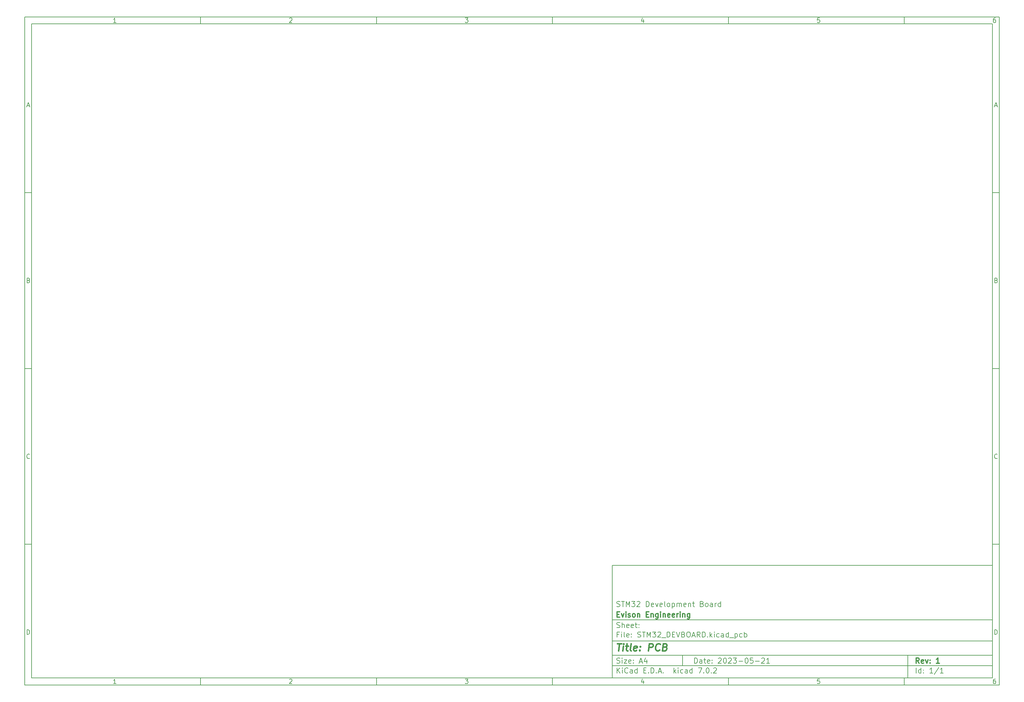
<source format=gbr>
%TF.GenerationSoftware,KiCad,Pcbnew,7.0.2*%
%TF.CreationDate,2023-05-27T14:00:09+09:30*%
%TF.ProjectId,STM32_DEVBOARD,53544d33-325f-4444-9556-424f4152442e,1*%
%TF.SameCoordinates,Original*%
%TF.FileFunction,Paste,Bot*%
%TF.FilePolarity,Positive*%
%FSLAX46Y46*%
G04 Gerber Fmt 4.6, Leading zero omitted, Abs format (unit mm)*
G04 Created by KiCad (PCBNEW 7.0.2) date 2023-05-27 14:00:09*
%MOMM*%
%LPD*%
G01*
G04 APERTURE LIST*
%ADD10C,0.100000*%
%ADD11C,0.150000*%
%ADD12C,0.300000*%
%ADD13C,0.400000*%
G04 APERTURE END LIST*
D10*
D11*
X177002200Y-166007200D02*
X285002200Y-166007200D01*
X285002200Y-198007200D01*
X177002200Y-198007200D01*
X177002200Y-166007200D01*
D10*
D11*
X10000000Y-10000000D02*
X287002200Y-10000000D01*
X287002200Y-200007200D01*
X10000000Y-200007200D01*
X10000000Y-10000000D01*
D10*
D11*
X12000000Y-12000000D02*
X285002200Y-12000000D01*
X285002200Y-198007200D01*
X12000000Y-198007200D01*
X12000000Y-12000000D01*
D10*
D11*
X60000000Y-12000000D02*
X60000000Y-10000000D01*
D10*
D11*
X110000000Y-12000000D02*
X110000000Y-10000000D01*
D10*
D11*
X160000000Y-12000000D02*
X160000000Y-10000000D01*
D10*
D11*
X210000000Y-12000000D02*
X210000000Y-10000000D01*
D10*
D11*
X260000000Y-12000000D02*
X260000000Y-10000000D01*
D10*
D11*
X35990476Y-11601404D02*
X35247619Y-11601404D01*
X35619047Y-11601404D02*
X35619047Y-10301404D01*
X35619047Y-10301404D02*
X35495238Y-10487119D01*
X35495238Y-10487119D02*
X35371428Y-10610928D01*
X35371428Y-10610928D02*
X35247619Y-10672833D01*
D10*
D11*
X85247619Y-10425214D02*
X85309523Y-10363309D01*
X85309523Y-10363309D02*
X85433333Y-10301404D01*
X85433333Y-10301404D02*
X85742857Y-10301404D01*
X85742857Y-10301404D02*
X85866666Y-10363309D01*
X85866666Y-10363309D02*
X85928571Y-10425214D01*
X85928571Y-10425214D02*
X85990476Y-10549023D01*
X85990476Y-10549023D02*
X85990476Y-10672833D01*
X85990476Y-10672833D02*
X85928571Y-10858547D01*
X85928571Y-10858547D02*
X85185714Y-11601404D01*
X85185714Y-11601404D02*
X85990476Y-11601404D01*
D10*
D11*
X135185714Y-10301404D02*
X135990476Y-10301404D01*
X135990476Y-10301404D02*
X135557142Y-10796642D01*
X135557142Y-10796642D02*
X135742857Y-10796642D01*
X135742857Y-10796642D02*
X135866666Y-10858547D01*
X135866666Y-10858547D02*
X135928571Y-10920452D01*
X135928571Y-10920452D02*
X135990476Y-11044261D01*
X135990476Y-11044261D02*
X135990476Y-11353785D01*
X135990476Y-11353785D02*
X135928571Y-11477595D01*
X135928571Y-11477595D02*
X135866666Y-11539500D01*
X135866666Y-11539500D02*
X135742857Y-11601404D01*
X135742857Y-11601404D02*
X135371428Y-11601404D01*
X135371428Y-11601404D02*
X135247619Y-11539500D01*
X135247619Y-11539500D02*
X135185714Y-11477595D01*
D10*
D11*
X185866666Y-10734738D02*
X185866666Y-11601404D01*
X185557142Y-10239500D02*
X185247619Y-11168071D01*
X185247619Y-11168071D02*
X186052380Y-11168071D01*
D10*
D11*
X235928571Y-10301404D02*
X235309523Y-10301404D01*
X235309523Y-10301404D02*
X235247619Y-10920452D01*
X235247619Y-10920452D02*
X235309523Y-10858547D01*
X235309523Y-10858547D02*
X235433333Y-10796642D01*
X235433333Y-10796642D02*
X235742857Y-10796642D01*
X235742857Y-10796642D02*
X235866666Y-10858547D01*
X235866666Y-10858547D02*
X235928571Y-10920452D01*
X235928571Y-10920452D02*
X235990476Y-11044261D01*
X235990476Y-11044261D02*
X235990476Y-11353785D01*
X235990476Y-11353785D02*
X235928571Y-11477595D01*
X235928571Y-11477595D02*
X235866666Y-11539500D01*
X235866666Y-11539500D02*
X235742857Y-11601404D01*
X235742857Y-11601404D02*
X235433333Y-11601404D01*
X235433333Y-11601404D02*
X235309523Y-11539500D01*
X235309523Y-11539500D02*
X235247619Y-11477595D01*
D10*
D11*
X285866666Y-10301404D02*
X285619047Y-10301404D01*
X285619047Y-10301404D02*
X285495238Y-10363309D01*
X285495238Y-10363309D02*
X285433333Y-10425214D01*
X285433333Y-10425214D02*
X285309523Y-10610928D01*
X285309523Y-10610928D02*
X285247619Y-10858547D01*
X285247619Y-10858547D02*
X285247619Y-11353785D01*
X285247619Y-11353785D02*
X285309523Y-11477595D01*
X285309523Y-11477595D02*
X285371428Y-11539500D01*
X285371428Y-11539500D02*
X285495238Y-11601404D01*
X285495238Y-11601404D02*
X285742857Y-11601404D01*
X285742857Y-11601404D02*
X285866666Y-11539500D01*
X285866666Y-11539500D02*
X285928571Y-11477595D01*
X285928571Y-11477595D02*
X285990476Y-11353785D01*
X285990476Y-11353785D02*
X285990476Y-11044261D01*
X285990476Y-11044261D02*
X285928571Y-10920452D01*
X285928571Y-10920452D02*
X285866666Y-10858547D01*
X285866666Y-10858547D02*
X285742857Y-10796642D01*
X285742857Y-10796642D02*
X285495238Y-10796642D01*
X285495238Y-10796642D02*
X285371428Y-10858547D01*
X285371428Y-10858547D02*
X285309523Y-10920452D01*
X285309523Y-10920452D02*
X285247619Y-11044261D01*
D10*
D11*
X60000000Y-198007200D02*
X60000000Y-200007200D01*
D10*
D11*
X110000000Y-198007200D02*
X110000000Y-200007200D01*
D10*
D11*
X160000000Y-198007200D02*
X160000000Y-200007200D01*
D10*
D11*
X210000000Y-198007200D02*
X210000000Y-200007200D01*
D10*
D11*
X260000000Y-198007200D02*
X260000000Y-200007200D01*
D10*
D11*
X35990476Y-199608604D02*
X35247619Y-199608604D01*
X35619047Y-199608604D02*
X35619047Y-198308604D01*
X35619047Y-198308604D02*
X35495238Y-198494319D01*
X35495238Y-198494319D02*
X35371428Y-198618128D01*
X35371428Y-198618128D02*
X35247619Y-198680033D01*
D10*
D11*
X85247619Y-198432414D02*
X85309523Y-198370509D01*
X85309523Y-198370509D02*
X85433333Y-198308604D01*
X85433333Y-198308604D02*
X85742857Y-198308604D01*
X85742857Y-198308604D02*
X85866666Y-198370509D01*
X85866666Y-198370509D02*
X85928571Y-198432414D01*
X85928571Y-198432414D02*
X85990476Y-198556223D01*
X85990476Y-198556223D02*
X85990476Y-198680033D01*
X85990476Y-198680033D02*
X85928571Y-198865747D01*
X85928571Y-198865747D02*
X85185714Y-199608604D01*
X85185714Y-199608604D02*
X85990476Y-199608604D01*
D10*
D11*
X135185714Y-198308604D02*
X135990476Y-198308604D01*
X135990476Y-198308604D02*
X135557142Y-198803842D01*
X135557142Y-198803842D02*
X135742857Y-198803842D01*
X135742857Y-198803842D02*
X135866666Y-198865747D01*
X135866666Y-198865747D02*
X135928571Y-198927652D01*
X135928571Y-198927652D02*
X135990476Y-199051461D01*
X135990476Y-199051461D02*
X135990476Y-199360985D01*
X135990476Y-199360985D02*
X135928571Y-199484795D01*
X135928571Y-199484795D02*
X135866666Y-199546700D01*
X135866666Y-199546700D02*
X135742857Y-199608604D01*
X135742857Y-199608604D02*
X135371428Y-199608604D01*
X135371428Y-199608604D02*
X135247619Y-199546700D01*
X135247619Y-199546700D02*
X135185714Y-199484795D01*
D10*
D11*
X185866666Y-198741938D02*
X185866666Y-199608604D01*
X185557142Y-198246700D02*
X185247619Y-199175271D01*
X185247619Y-199175271D02*
X186052380Y-199175271D01*
D10*
D11*
X235928571Y-198308604D02*
X235309523Y-198308604D01*
X235309523Y-198308604D02*
X235247619Y-198927652D01*
X235247619Y-198927652D02*
X235309523Y-198865747D01*
X235309523Y-198865747D02*
X235433333Y-198803842D01*
X235433333Y-198803842D02*
X235742857Y-198803842D01*
X235742857Y-198803842D02*
X235866666Y-198865747D01*
X235866666Y-198865747D02*
X235928571Y-198927652D01*
X235928571Y-198927652D02*
X235990476Y-199051461D01*
X235990476Y-199051461D02*
X235990476Y-199360985D01*
X235990476Y-199360985D02*
X235928571Y-199484795D01*
X235928571Y-199484795D02*
X235866666Y-199546700D01*
X235866666Y-199546700D02*
X235742857Y-199608604D01*
X235742857Y-199608604D02*
X235433333Y-199608604D01*
X235433333Y-199608604D02*
X235309523Y-199546700D01*
X235309523Y-199546700D02*
X235247619Y-199484795D01*
D10*
D11*
X285866666Y-198308604D02*
X285619047Y-198308604D01*
X285619047Y-198308604D02*
X285495238Y-198370509D01*
X285495238Y-198370509D02*
X285433333Y-198432414D01*
X285433333Y-198432414D02*
X285309523Y-198618128D01*
X285309523Y-198618128D02*
X285247619Y-198865747D01*
X285247619Y-198865747D02*
X285247619Y-199360985D01*
X285247619Y-199360985D02*
X285309523Y-199484795D01*
X285309523Y-199484795D02*
X285371428Y-199546700D01*
X285371428Y-199546700D02*
X285495238Y-199608604D01*
X285495238Y-199608604D02*
X285742857Y-199608604D01*
X285742857Y-199608604D02*
X285866666Y-199546700D01*
X285866666Y-199546700D02*
X285928571Y-199484795D01*
X285928571Y-199484795D02*
X285990476Y-199360985D01*
X285990476Y-199360985D02*
X285990476Y-199051461D01*
X285990476Y-199051461D02*
X285928571Y-198927652D01*
X285928571Y-198927652D02*
X285866666Y-198865747D01*
X285866666Y-198865747D02*
X285742857Y-198803842D01*
X285742857Y-198803842D02*
X285495238Y-198803842D01*
X285495238Y-198803842D02*
X285371428Y-198865747D01*
X285371428Y-198865747D02*
X285309523Y-198927652D01*
X285309523Y-198927652D02*
X285247619Y-199051461D01*
D10*
D11*
X10000000Y-60000000D02*
X12000000Y-60000000D01*
D10*
D11*
X10000000Y-110000000D02*
X12000000Y-110000000D01*
D10*
D11*
X10000000Y-160000000D02*
X12000000Y-160000000D01*
D10*
D11*
X10690476Y-35229976D02*
X11309523Y-35229976D01*
X10566666Y-35601404D02*
X10999999Y-34301404D01*
X10999999Y-34301404D02*
X11433333Y-35601404D01*
D10*
D11*
X11092857Y-84920452D02*
X11278571Y-84982357D01*
X11278571Y-84982357D02*
X11340476Y-85044261D01*
X11340476Y-85044261D02*
X11402380Y-85168071D01*
X11402380Y-85168071D02*
X11402380Y-85353785D01*
X11402380Y-85353785D02*
X11340476Y-85477595D01*
X11340476Y-85477595D02*
X11278571Y-85539500D01*
X11278571Y-85539500D02*
X11154761Y-85601404D01*
X11154761Y-85601404D02*
X10659523Y-85601404D01*
X10659523Y-85601404D02*
X10659523Y-84301404D01*
X10659523Y-84301404D02*
X11092857Y-84301404D01*
X11092857Y-84301404D02*
X11216666Y-84363309D01*
X11216666Y-84363309D02*
X11278571Y-84425214D01*
X11278571Y-84425214D02*
X11340476Y-84549023D01*
X11340476Y-84549023D02*
X11340476Y-84672833D01*
X11340476Y-84672833D02*
X11278571Y-84796642D01*
X11278571Y-84796642D02*
X11216666Y-84858547D01*
X11216666Y-84858547D02*
X11092857Y-84920452D01*
X11092857Y-84920452D02*
X10659523Y-84920452D01*
D10*
D11*
X11402380Y-135477595D02*
X11340476Y-135539500D01*
X11340476Y-135539500D02*
X11154761Y-135601404D01*
X11154761Y-135601404D02*
X11030952Y-135601404D01*
X11030952Y-135601404D02*
X10845238Y-135539500D01*
X10845238Y-135539500D02*
X10721428Y-135415690D01*
X10721428Y-135415690D02*
X10659523Y-135291880D01*
X10659523Y-135291880D02*
X10597619Y-135044261D01*
X10597619Y-135044261D02*
X10597619Y-134858547D01*
X10597619Y-134858547D02*
X10659523Y-134610928D01*
X10659523Y-134610928D02*
X10721428Y-134487119D01*
X10721428Y-134487119D02*
X10845238Y-134363309D01*
X10845238Y-134363309D02*
X11030952Y-134301404D01*
X11030952Y-134301404D02*
X11154761Y-134301404D01*
X11154761Y-134301404D02*
X11340476Y-134363309D01*
X11340476Y-134363309D02*
X11402380Y-134425214D01*
D10*
D11*
X10659523Y-185601404D02*
X10659523Y-184301404D01*
X10659523Y-184301404D02*
X10969047Y-184301404D01*
X10969047Y-184301404D02*
X11154761Y-184363309D01*
X11154761Y-184363309D02*
X11278571Y-184487119D01*
X11278571Y-184487119D02*
X11340476Y-184610928D01*
X11340476Y-184610928D02*
X11402380Y-184858547D01*
X11402380Y-184858547D02*
X11402380Y-185044261D01*
X11402380Y-185044261D02*
X11340476Y-185291880D01*
X11340476Y-185291880D02*
X11278571Y-185415690D01*
X11278571Y-185415690D02*
X11154761Y-185539500D01*
X11154761Y-185539500D02*
X10969047Y-185601404D01*
X10969047Y-185601404D02*
X10659523Y-185601404D01*
D10*
D11*
X287002200Y-60000000D02*
X285002200Y-60000000D01*
D10*
D11*
X287002200Y-110000000D02*
X285002200Y-110000000D01*
D10*
D11*
X287002200Y-160000000D02*
X285002200Y-160000000D01*
D10*
D11*
X285692676Y-35229976D02*
X286311723Y-35229976D01*
X285568866Y-35601404D02*
X286002199Y-34301404D01*
X286002199Y-34301404D02*
X286435533Y-35601404D01*
D10*
D11*
X286095057Y-84920452D02*
X286280771Y-84982357D01*
X286280771Y-84982357D02*
X286342676Y-85044261D01*
X286342676Y-85044261D02*
X286404580Y-85168071D01*
X286404580Y-85168071D02*
X286404580Y-85353785D01*
X286404580Y-85353785D02*
X286342676Y-85477595D01*
X286342676Y-85477595D02*
X286280771Y-85539500D01*
X286280771Y-85539500D02*
X286156961Y-85601404D01*
X286156961Y-85601404D02*
X285661723Y-85601404D01*
X285661723Y-85601404D02*
X285661723Y-84301404D01*
X285661723Y-84301404D02*
X286095057Y-84301404D01*
X286095057Y-84301404D02*
X286218866Y-84363309D01*
X286218866Y-84363309D02*
X286280771Y-84425214D01*
X286280771Y-84425214D02*
X286342676Y-84549023D01*
X286342676Y-84549023D02*
X286342676Y-84672833D01*
X286342676Y-84672833D02*
X286280771Y-84796642D01*
X286280771Y-84796642D02*
X286218866Y-84858547D01*
X286218866Y-84858547D02*
X286095057Y-84920452D01*
X286095057Y-84920452D02*
X285661723Y-84920452D01*
D10*
D11*
X286404580Y-135477595D02*
X286342676Y-135539500D01*
X286342676Y-135539500D02*
X286156961Y-135601404D01*
X286156961Y-135601404D02*
X286033152Y-135601404D01*
X286033152Y-135601404D02*
X285847438Y-135539500D01*
X285847438Y-135539500D02*
X285723628Y-135415690D01*
X285723628Y-135415690D02*
X285661723Y-135291880D01*
X285661723Y-135291880D02*
X285599819Y-135044261D01*
X285599819Y-135044261D02*
X285599819Y-134858547D01*
X285599819Y-134858547D02*
X285661723Y-134610928D01*
X285661723Y-134610928D02*
X285723628Y-134487119D01*
X285723628Y-134487119D02*
X285847438Y-134363309D01*
X285847438Y-134363309D02*
X286033152Y-134301404D01*
X286033152Y-134301404D02*
X286156961Y-134301404D01*
X286156961Y-134301404D02*
X286342676Y-134363309D01*
X286342676Y-134363309D02*
X286404580Y-134425214D01*
D10*
D11*
X285661723Y-185601404D02*
X285661723Y-184301404D01*
X285661723Y-184301404D02*
X285971247Y-184301404D01*
X285971247Y-184301404D02*
X286156961Y-184363309D01*
X286156961Y-184363309D02*
X286280771Y-184487119D01*
X286280771Y-184487119D02*
X286342676Y-184610928D01*
X286342676Y-184610928D02*
X286404580Y-184858547D01*
X286404580Y-184858547D02*
X286404580Y-185044261D01*
X286404580Y-185044261D02*
X286342676Y-185291880D01*
X286342676Y-185291880D02*
X286280771Y-185415690D01*
X286280771Y-185415690D02*
X286156961Y-185539500D01*
X286156961Y-185539500D02*
X285971247Y-185601404D01*
X285971247Y-185601404D02*
X285661723Y-185601404D01*
D10*
D11*
X200359342Y-193801128D02*
X200359342Y-192301128D01*
X200359342Y-192301128D02*
X200716485Y-192301128D01*
X200716485Y-192301128D02*
X200930771Y-192372557D01*
X200930771Y-192372557D02*
X201073628Y-192515414D01*
X201073628Y-192515414D02*
X201145057Y-192658271D01*
X201145057Y-192658271D02*
X201216485Y-192943985D01*
X201216485Y-192943985D02*
X201216485Y-193158271D01*
X201216485Y-193158271D02*
X201145057Y-193443985D01*
X201145057Y-193443985D02*
X201073628Y-193586842D01*
X201073628Y-193586842D02*
X200930771Y-193729700D01*
X200930771Y-193729700D02*
X200716485Y-193801128D01*
X200716485Y-193801128D02*
X200359342Y-193801128D01*
X202502200Y-193801128D02*
X202502200Y-193015414D01*
X202502200Y-193015414D02*
X202430771Y-192872557D01*
X202430771Y-192872557D02*
X202287914Y-192801128D01*
X202287914Y-192801128D02*
X202002200Y-192801128D01*
X202002200Y-192801128D02*
X201859342Y-192872557D01*
X202502200Y-193729700D02*
X202359342Y-193801128D01*
X202359342Y-193801128D02*
X202002200Y-193801128D01*
X202002200Y-193801128D02*
X201859342Y-193729700D01*
X201859342Y-193729700D02*
X201787914Y-193586842D01*
X201787914Y-193586842D02*
X201787914Y-193443985D01*
X201787914Y-193443985D02*
X201859342Y-193301128D01*
X201859342Y-193301128D02*
X202002200Y-193229700D01*
X202002200Y-193229700D02*
X202359342Y-193229700D01*
X202359342Y-193229700D02*
X202502200Y-193158271D01*
X203002200Y-192801128D02*
X203573628Y-192801128D01*
X203216485Y-192301128D02*
X203216485Y-193586842D01*
X203216485Y-193586842D02*
X203287914Y-193729700D01*
X203287914Y-193729700D02*
X203430771Y-193801128D01*
X203430771Y-193801128D02*
X203573628Y-193801128D01*
X204645057Y-193729700D02*
X204502200Y-193801128D01*
X204502200Y-193801128D02*
X204216486Y-193801128D01*
X204216486Y-193801128D02*
X204073628Y-193729700D01*
X204073628Y-193729700D02*
X204002200Y-193586842D01*
X204002200Y-193586842D02*
X204002200Y-193015414D01*
X204002200Y-193015414D02*
X204073628Y-192872557D01*
X204073628Y-192872557D02*
X204216486Y-192801128D01*
X204216486Y-192801128D02*
X204502200Y-192801128D01*
X204502200Y-192801128D02*
X204645057Y-192872557D01*
X204645057Y-192872557D02*
X204716486Y-193015414D01*
X204716486Y-193015414D02*
X204716486Y-193158271D01*
X204716486Y-193158271D02*
X204002200Y-193301128D01*
X205359342Y-193658271D02*
X205430771Y-193729700D01*
X205430771Y-193729700D02*
X205359342Y-193801128D01*
X205359342Y-193801128D02*
X205287914Y-193729700D01*
X205287914Y-193729700D02*
X205359342Y-193658271D01*
X205359342Y-193658271D02*
X205359342Y-193801128D01*
X205359342Y-192872557D02*
X205430771Y-192943985D01*
X205430771Y-192943985D02*
X205359342Y-193015414D01*
X205359342Y-193015414D02*
X205287914Y-192943985D01*
X205287914Y-192943985D02*
X205359342Y-192872557D01*
X205359342Y-192872557D02*
X205359342Y-193015414D01*
X207145057Y-192443985D02*
X207216485Y-192372557D01*
X207216485Y-192372557D02*
X207359343Y-192301128D01*
X207359343Y-192301128D02*
X207716485Y-192301128D01*
X207716485Y-192301128D02*
X207859343Y-192372557D01*
X207859343Y-192372557D02*
X207930771Y-192443985D01*
X207930771Y-192443985D02*
X208002200Y-192586842D01*
X208002200Y-192586842D02*
X208002200Y-192729700D01*
X208002200Y-192729700D02*
X207930771Y-192943985D01*
X207930771Y-192943985D02*
X207073628Y-193801128D01*
X207073628Y-193801128D02*
X208002200Y-193801128D01*
X208930771Y-192301128D02*
X209073628Y-192301128D01*
X209073628Y-192301128D02*
X209216485Y-192372557D01*
X209216485Y-192372557D02*
X209287914Y-192443985D01*
X209287914Y-192443985D02*
X209359342Y-192586842D01*
X209359342Y-192586842D02*
X209430771Y-192872557D01*
X209430771Y-192872557D02*
X209430771Y-193229700D01*
X209430771Y-193229700D02*
X209359342Y-193515414D01*
X209359342Y-193515414D02*
X209287914Y-193658271D01*
X209287914Y-193658271D02*
X209216485Y-193729700D01*
X209216485Y-193729700D02*
X209073628Y-193801128D01*
X209073628Y-193801128D02*
X208930771Y-193801128D01*
X208930771Y-193801128D02*
X208787914Y-193729700D01*
X208787914Y-193729700D02*
X208716485Y-193658271D01*
X208716485Y-193658271D02*
X208645056Y-193515414D01*
X208645056Y-193515414D02*
X208573628Y-193229700D01*
X208573628Y-193229700D02*
X208573628Y-192872557D01*
X208573628Y-192872557D02*
X208645056Y-192586842D01*
X208645056Y-192586842D02*
X208716485Y-192443985D01*
X208716485Y-192443985D02*
X208787914Y-192372557D01*
X208787914Y-192372557D02*
X208930771Y-192301128D01*
X210002199Y-192443985D02*
X210073627Y-192372557D01*
X210073627Y-192372557D02*
X210216485Y-192301128D01*
X210216485Y-192301128D02*
X210573627Y-192301128D01*
X210573627Y-192301128D02*
X210716485Y-192372557D01*
X210716485Y-192372557D02*
X210787913Y-192443985D01*
X210787913Y-192443985D02*
X210859342Y-192586842D01*
X210859342Y-192586842D02*
X210859342Y-192729700D01*
X210859342Y-192729700D02*
X210787913Y-192943985D01*
X210787913Y-192943985D02*
X209930770Y-193801128D01*
X209930770Y-193801128D02*
X210859342Y-193801128D01*
X211359341Y-192301128D02*
X212287913Y-192301128D01*
X212287913Y-192301128D02*
X211787913Y-192872557D01*
X211787913Y-192872557D02*
X212002198Y-192872557D01*
X212002198Y-192872557D02*
X212145056Y-192943985D01*
X212145056Y-192943985D02*
X212216484Y-193015414D01*
X212216484Y-193015414D02*
X212287913Y-193158271D01*
X212287913Y-193158271D02*
X212287913Y-193515414D01*
X212287913Y-193515414D02*
X212216484Y-193658271D01*
X212216484Y-193658271D02*
X212145056Y-193729700D01*
X212145056Y-193729700D02*
X212002198Y-193801128D01*
X212002198Y-193801128D02*
X211573627Y-193801128D01*
X211573627Y-193801128D02*
X211430770Y-193729700D01*
X211430770Y-193729700D02*
X211359341Y-193658271D01*
X212930769Y-193229700D02*
X214073627Y-193229700D01*
X215073627Y-192301128D02*
X215216484Y-192301128D01*
X215216484Y-192301128D02*
X215359341Y-192372557D01*
X215359341Y-192372557D02*
X215430770Y-192443985D01*
X215430770Y-192443985D02*
X215502198Y-192586842D01*
X215502198Y-192586842D02*
X215573627Y-192872557D01*
X215573627Y-192872557D02*
X215573627Y-193229700D01*
X215573627Y-193229700D02*
X215502198Y-193515414D01*
X215502198Y-193515414D02*
X215430770Y-193658271D01*
X215430770Y-193658271D02*
X215359341Y-193729700D01*
X215359341Y-193729700D02*
X215216484Y-193801128D01*
X215216484Y-193801128D02*
X215073627Y-193801128D01*
X215073627Y-193801128D02*
X214930770Y-193729700D01*
X214930770Y-193729700D02*
X214859341Y-193658271D01*
X214859341Y-193658271D02*
X214787912Y-193515414D01*
X214787912Y-193515414D02*
X214716484Y-193229700D01*
X214716484Y-193229700D02*
X214716484Y-192872557D01*
X214716484Y-192872557D02*
X214787912Y-192586842D01*
X214787912Y-192586842D02*
X214859341Y-192443985D01*
X214859341Y-192443985D02*
X214930770Y-192372557D01*
X214930770Y-192372557D02*
X215073627Y-192301128D01*
X216930769Y-192301128D02*
X216216483Y-192301128D01*
X216216483Y-192301128D02*
X216145055Y-193015414D01*
X216145055Y-193015414D02*
X216216483Y-192943985D01*
X216216483Y-192943985D02*
X216359341Y-192872557D01*
X216359341Y-192872557D02*
X216716483Y-192872557D01*
X216716483Y-192872557D02*
X216859341Y-192943985D01*
X216859341Y-192943985D02*
X216930769Y-193015414D01*
X216930769Y-193015414D02*
X217002198Y-193158271D01*
X217002198Y-193158271D02*
X217002198Y-193515414D01*
X217002198Y-193515414D02*
X216930769Y-193658271D01*
X216930769Y-193658271D02*
X216859341Y-193729700D01*
X216859341Y-193729700D02*
X216716483Y-193801128D01*
X216716483Y-193801128D02*
X216359341Y-193801128D01*
X216359341Y-193801128D02*
X216216483Y-193729700D01*
X216216483Y-193729700D02*
X216145055Y-193658271D01*
X217645054Y-193229700D02*
X218787912Y-193229700D01*
X219430769Y-192443985D02*
X219502197Y-192372557D01*
X219502197Y-192372557D02*
X219645055Y-192301128D01*
X219645055Y-192301128D02*
X220002197Y-192301128D01*
X220002197Y-192301128D02*
X220145055Y-192372557D01*
X220145055Y-192372557D02*
X220216483Y-192443985D01*
X220216483Y-192443985D02*
X220287912Y-192586842D01*
X220287912Y-192586842D02*
X220287912Y-192729700D01*
X220287912Y-192729700D02*
X220216483Y-192943985D01*
X220216483Y-192943985D02*
X219359340Y-193801128D01*
X219359340Y-193801128D02*
X220287912Y-193801128D01*
X221716483Y-193801128D02*
X220859340Y-193801128D01*
X221287911Y-193801128D02*
X221287911Y-192301128D01*
X221287911Y-192301128D02*
X221145054Y-192515414D01*
X221145054Y-192515414D02*
X221002197Y-192658271D01*
X221002197Y-192658271D02*
X220859340Y-192729700D01*
D10*
D11*
X177002200Y-194507200D02*
X285002200Y-194507200D01*
D10*
D11*
X178359342Y-196601128D02*
X178359342Y-195101128D01*
X179216485Y-196601128D02*
X178573628Y-195743985D01*
X179216485Y-195101128D02*
X178359342Y-195958271D01*
X179859342Y-196601128D02*
X179859342Y-195601128D01*
X179859342Y-195101128D02*
X179787914Y-195172557D01*
X179787914Y-195172557D02*
X179859342Y-195243985D01*
X179859342Y-195243985D02*
X179930771Y-195172557D01*
X179930771Y-195172557D02*
X179859342Y-195101128D01*
X179859342Y-195101128D02*
X179859342Y-195243985D01*
X181430771Y-196458271D02*
X181359343Y-196529700D01*
X181359343Y-196529700D02*
X181145057Y-196601128D01*
X181145057Y-196601128D02*
X181002200Y-196601128D01*
X181002200Y-196601128D02*
X180787914Y-196529700D01*
X180787914Y-196529700D02*
X180645057Y-196386842D01*
X180645057Y-196386842D02*
X180573628Y-196243985D01*
X180573628Y-196243985D02*
X180502200Y-195958271D01*
X180502200Y-195958271D02*
X180502200Y-195743985D01*
X180502200Y-195743985D02*
X180573628Y-195458271D01*
X180573628Y-195458271D02*
X180645057Y-195315414D01*
X180645057Y-195315414D02*
X180787914Y-195172557D01*
X180787914Y-195172557D02*
X181002200Y-195101128D01*
X181002200Y-195101128D02*
X181145057Y-195101128D01*
X181145057Y-195101128D02*
X181359343Y-195172557D01*
X181359343Y-195172557D02*
X181430771Y-195243985D01*
X182716486Y-196601128D02*
X182716486Y-195815414D01*
X182716486Y-195815414D02*
X182645057Y-195672557D01*
X182645057Y-195672557D02*
X182502200Y-195601128D01*
X182502200Y-195601128D02*
X182216486Y-195601128D01*
X182216486Y-195601128D02*
X182073628Y-195672557D01*
X182716486Y-196529700D02*
X182573628Y-196601128D01*
X182573628Y-196601128D02*
X182216486Y-196601128D01*
X182216486Y-196601128D02*
X182073628Y-196529700D01*
X182073628Y-196529700D02*
X182002200Y-196386842D01*
X182002200Y-196386842D02*
X182002200Y-196243985D01*
X182002200Y-196243985D02*
X182073628Y-196101128D01*
X182073628Y-196101128D02*
X182216486Y-196029700D01*
X182216486Y-196029700D02*
X182573628Y-196029700D01*
X182573628Y-196029700D02*
X182716486Y-195958271D01*
X184073629Y-196601128D02*
X184073629Y-195101128D01*
X184073629Y-196529700D02*
X183930771Y-196601128D01*
X183930771Y-196601128D02*
X183645057Y-196601128D01*
X183645057Y-196601128D02*
X183502200Y-196529700D01*
X183502200Y-196529700D02*
X183430771Y-196458271D01*
X183430771Y-196458271D02*
X183359343Y-196315414D01*
X183359343Y-196315414D02*
X183359343Y-195886842D01*
X183359343Y-195886842D02*
X183430771Y-195743985D01*
X183430771Y-195743985D02*
X183502200Y-195672557D01*
X183502200Y-195672557D02*
X183645057Y-195601128D01*
X183645057Y-195601128D02*
X183930771Y-195601128D01*
X183930771Y-195601128D02*
X184073629Y-195672557D01*
X185930771Y-195815414D02*
X186430771Y-195815414D01*
X186645057Y-196601128D02*
X185930771Y-196601128D01*
X185930771Y-196601128D02*
X185930771Y-195101128D01*
X185930771Y-195101128D02*
X186645057Y-195101128D01*
X187287914Y-196458271D02*
X187359343Y-196529700D01*
X187359343Y-196529700D02*
X187287914Y-196601128D01*
X187287914Y-196601128D02*
X187216486Y-196529700D01*
X187216486Y-196529700D02*
X187287914Y-196458271D01*
X187287914Y-196458271D02*
X187287914Y-196601128D01*
X188002200Y-196601128D02*
X188002200Y-195101128D01*
X188002200Y-195101128D02*
X188359343Y-195101128D01*
X188359343Y-195101128D02*
X188573629Y-195172557D01*
X188573629Y-195172557D02*
X188716486Y-195315414D01*
X188716486Y-195315414D02*
X188787915Y-195458271D01*
X188787915Y-195458271D02*
X188859343Y-195743985D01*
X188859343Y-195743985D02*
X188859343Y-195958271D01*
X188859343Y-195958271D02*
X188787915Y-196243985D01*
X188787915Y-196243985D02*
X188716486Y-196386842D01*
X188716486Y-196386842D02*
X188573629Y-196529700D01*
X188573629Y-196529700D02*
X188359343Y-196601128D01*
X188359343Y-196601128D02*
X188002200Y-196601128D01*
X189502200Y-196458271D02*
X189573629Y-196529700D01*
X189573629Y-196529700D02*
X189502200Y-196601128D01*
X189502200Y-196601128D02*
X189430772Y-196529700D01*
X189430772Y-196529700D02*
X189502200Y-196458271D01*
X189502200Y-196458271D02*
X189502200Y-196601128D01*
X190145058Y-196172557D02*
X190859344Y-196172557D01*
X190002201Y-196601128D02*
X190502201Y-195101128D01*
X190502201Y-195101128D02*
X191002201Y-196601128D01*
X191502200Y-196458271D02*
X191573629Y-196529700D01*
X191573629Y-196529700D02*
X191502200Y-196601128D01*
X191502200Y-196601128D02*
X191430772Y-196529700D01*
X191430772Y-196529700D02*
X191502200Y-196458271D01*
X191502200Y-196458271D02*
X191502200Y-196601128D01*
X194502200Y-196601128D02*
X194502200Y-195101128D01*
X194645058Y-196029700D02*
X195073629Y-196601128D01*
X195073629Y-195601128D02*
X194502200Y-196172557D01*
X195716486Y-196601128D02*
X195716486Y-195601128D01*
X195716486Y-195101128D02*
X195645058Y-195172557D01*
X195645058Y-195172557D02*
X195716486Y-195243985D01*
X195716486Y-195243985D02*
X195787915Y-195172557D01*
X195787915Y-195172557D02*
X195716486Y-195101128D01*
X195716486Y-195101128D02*
X195716486Y-195243985D01*
X197073630Y-196529700D02*
X196930772Y-196601128D01*
X196930772Y-196601128D02*
X196645058Y-196601128D01*
X196645058Y-196601128D02*
X196502201Y-196529700D01*
X196502201Y-196529700D02*
X196430772Y-196458271D01*
X196430772Y-196458271D02*
X196359344Y-196315414D01*
X196359344Y-196315414D02*
X196359344Y-195886842D01*
X196359344Y-195886842D02*
X196430772Y-195743985D01*
X196430772Y-195743985D02*
X196502201Y-195672557D01*
X196502201Y-195672557D02*
X196645058Y-195601128D01*
X196645058Y-195601128D02*
X196930772Y-195601128D01*
X196930772Y-195601128D02*
X197073630Y-195672557D01*
X198359344Y-196601128D02*
X198359344Y-195815414D01*
X198359344Y-195815414D02*
X198287915Y-195672557D01*
X198287915Y-195672557D02*
X198145058Y-195601128D01*
X198145058Y-195601128D02*
X197859344Y-195601128D01*
X197859344Y-195601128D02*
X197716486Y-195672557D01*
X198359344Y-196529700D02*
X198216486Y-196601128D01*
X198216486Y-196601128D02*
X197859344Y-196601128D01*
X197859344Y-196601128D02*
X197716486Y-196529700D01*
X197716486Y-196529700D02*
X197645058Y-196386842D01*
X197645058Y-196386842D02*
X197645058Y-196243985D01*
X197645058Y-196243985D02*
X197716486Y-196101128D01*
X197716486Y-196101128D02*
X197859344Y-196029700D01*
X197859344Y-196029700D02*
X198216486Y-196029700D01*
X198216486Y-196029700D02*
X198359344Y-195958271D01*
X199716487Y-196601128D02*
X199716487Y-195101128D01*
X199716487Y-196529700D02*
X199573629Y-196601128D01*
X199573629Y-196601128D02*
X199287915Y-196601128D01*
X199287915Y-196601128D02*
X199145058Y-196529700D01*
X199145058Y-196529700D02*
X199073629Y-196458271D01*
X199073629Y-196458271D02*
X199002201Y-196315414D01*
X199002201Y-196315414D02*
X199002201Y-195886842D01*
X199002201Y-195886842D02*
X199073629Y-195743985D01*
X199073629Y-195743985D02*
X199145058Y-195672557D01*
X199145058Y-195672557D02*
X199287915Y-195601128D01*
X199287915Y-195601128D02*
X199573629Y-195601128D01*
X199573629Y-195601128D02*
X199716487Y-195672557D01*
X201430772Y-195101128D02*
X202430772Y-195101128D01*
X202430772Y-195101128D02*
X201787915Y-196601128D01*
X203002200Y-196458271D02*
X203073629Y-196529700D01*
X203073629Y-196529700D02*
X203002200Y-196601128D01*
X203002200Y-196601128D02*
X202930772Y-196529700D01*
X202930772Y-196529700D02*
X203002200Y-196458271D01*
X203002200Y-196458271D02*
X203002200Y-196601128D01*
X204002201Y-195101128D02*
X204145058Y-195101128D01*
X204145058Y-195101128D02*
X204287915Y-195172557D01*
X204287915Y-195172557D02*
X204359344Y-195243985D01*
X204359344Y-195243985D02*
X204430772Y-195386842D01*
X204430772Y-195386842D02*
X204502201Y-195672557D01*
X204502201Y-195672557D02*
X204502201Y-196029700D01*
X204502201Y-196029700D02*
X204430772Y-196315414D01*
X204430772Y-196315414D02*
X204359344Y-196458271D01*
X204359344Y-196458271D02*
X204287915Y-196529700D01*
X204287915Y-196529700D02*
X204145058Y-196601128D01*
X204145058Y-196601128D02*
X204002201Y-196601128D01*
X204002201Y-196601128D02*
X203859344Y-196529700D01*
X203859344Y-196529700D02*
X203787915Y-196458271D01*
X203787915Y-196458271D02*
X203716486Y-196315414D01*
X203716486Y-196315414D02*
X203645058Y-196029700D01*
X203645058Y-196029700D02*
X203645058Y-195672557D01*
X203645058Y-195672557D02*
X203716486Y-195386842D01*
X203716486Y-195386842D02*
X203787915Y-195243985D01*
X203787915Y-195243985D02*
X203859344Y-195172557D01*
X203859344Y-195172557D02*
X204002201Y-195101128D01*
X205145057Y-196458271D02*
X205216486Y-196529700D01*
X205216486Y-196529700D02*
X205145057Y-196601128D01*
X205145057Y-196601128D02*
X205073629Y-196529700D01*
X205073629Y-196529700D02*
X205145057Y-196458271D01*
X205145057Y-196458271D02*
X205145057Y-196601128D01*
X205787915Y-195243985D02*
X205859343Y-195172557D01*
X205859343Y-195172557D02*
X206002201Y-195101128D01*
X206002201Y-195101128D02*
X206359343Y-195101128D01*
X206359343Y-195101128D02*
X206502201Y-195172557D01*
X206502201Y-195172557D02*
X206573629Y-195243985D01*
X206573629Y-195243985D02*
X206645058Y-195386842D01*
X206645058Y-195386842D02*
X206645058Y-195529700D01*
X206645058Y-195529700D02*
X206573629Y-195743985D01*
X206573629Y-195743985D02*
X205716486Y-196601128D01*
X205716486Y-196601128D02*
X206645058Y-196601128D01*
D10*
D11*
X177002200Y-191507200D02*
X285002200Y-191507200D01*
D10*
D12*
X264216485Y-193801128D02*
X263716485Y-193086842D01*
X263359342Y-193801128D02*
X263359342Y-192301128D01*
X263359342Y-192301128D02*
X263930771Y-192301128D01*
X263930771Y-192301128D02*
X264073628Y-192372557D01*
X264073628Y-192372557D02*
X264145057Y-192443985D01*
X264145057Y-192443985D02*
X264216485Y-192586842D01*
X264216485Y-192586842D02*
X264216485Y-192801128D01*
X264216485Y-192801128D02*
X264145057Y-192943985D01*
X264145057Y-192943985D02*
X264073628Y-193015414D01*
X264073628Y-193015414D02*
X263930771Y-193086842D01*
X263930771Y-193086842D02*
X263359342Y-193086842D01*
X265430771Y-193729700D02*
X265287914Y-193801128D01*
X265287914Y-193801128D02*
X265002200Y-193801128D01*
X265002200Y-193801128D02*
X264859342Y-193729700D01*
X264859342Y-193729700D02*
X264787914Y-193586842D01*
X264787914Y-193586842D02*
X264787914Y-193015414D01*
X264787914Y-193015414D02*
X264859342Y-192872557D01*
X264859342Y-192872557D02*
X265002200Y-192801128D01*
X265002200Y-192801128D02*
X265287914Y-192801128D01*
X265287914Y-192801128D02*
X265430771Y-192872557D01*
X265430771Y-192872557D02*
X265502200Y-193015414D01*
X265502200Y-193015414D02*
X265502200Y-193158271D01*
X265502200Y-193158271D02*
X264787914Y-193301128D01*
X266002199Y-192801128D02*
X266359342Y-193801128D01*
X266359342Y-193801128D02*
X266716485Y-192801128D01*
X267287913Y-193658271D02*
X267359342Y-193729700D01*
X267359342Y-193729700D02*
X267287913Y-193801128D01*
X267287913Y-193801128D02*
X267216485Y-193729700D01*
X267216485Y-193729700D02*
X267287913Y-193658271D01*
X267287913Y-193658271D02*
X267287913Y-193801128D01*
X267287913Y-192872557D02*
X267359342Y-192943985D01*
X267359342Y-192943985D02*
X267287913Y-193015414D01*
X267287913Y-193015414D02*
X267216485Y-192943985D01*
X267216485Y-192943985D02*
X267287913Y-192872557D01*
X267287913Y-192872557D02*
X267287913Y-193015414D01*
X269930771Y-193801128D02*
X269073628Y-193801128D01*
X269502199Y-193801128D02*
X269502199Y-192301128D01*
X269502199Y-192301128D02*
X269359342Y-192515414D01*
X269359342Y-192515414D02*
X269216485Y-192658271D01*
X269216485Y-192658271D02*
X269073628Y-192729700D01*
D10*
D11*
X178287914Y-193729700D02*
X178502200Y-193801128D01*
X178502200Y-193801128D02*
X178859342Y-193801128D01*
X178859342Y-193801128D02*
X179002200Y-193729700D01*
X179002200Y-193729700D02*
X179073628Y-193658271D01*
X179073628Y-193658271D02*
X179145057Y-193515414D01*
X179145057Y-193515414D02*
X179145057Y-193372557D01*
X179145057Y-193372557D02*
X179073628Y-193229700D01*
X179073628Y-193229700D02*
X179002200Y-193158271D01*
X179002200Y-193158271D02*
X178859342Y-193086842D01*
X178859342Y-193086842D02*
X178573628Y-193015414D01*
X178573628Y-193015414D02*
X178430771Y-192943985D01*
X178430771Y-192943985D02*
X178359342Y-192872557D01*
X178359342Y-192872557D02*
X178287914Y-192729700D01*
X178287914Y-192729700D02*
X178287914Y-192586842D01*
X178287914Y-192586842D02*
X178359342Y-192443985D01*
X178359342Y-192443985D02*
X178430771Y-192372557D01*
X178430771Y-192372557D02*
X178573628Y-192301128D01*
X178573628Y-192301128D02*
X178930771Y-192301128D01*
X178930771Y-192301128D02*
X179145057Y-192372557D01*
X179787913Y-193801128D02*
X179787913Y-192801128D01*
X179787913Y-192301128D02*
X179716485Y-192372557D01*
X179716485Y-192372557D02*
X179787913Y-192443985D01*
X179787913Y-192443985D02*
X179859342Y-192372557D01*
X179859342Y-192372557D02*
X179787913Y-192301128D01*
X179787913Y-192301128D02*
X179787913Y-192443985D01*
X180359342Y-192801128D02*
X181145057Y-192801128D01*
X181145057Y-192801128D02*
X180359342Y-193801128D01*
X180359342Y-193801128D02*
X181145057Y-193801128D01*
X182287914Y-193729700D02*
X182145057Y-193801128D01*
X182145057Y-193801128D02*
X181859343Y-193801128D01*
X181859343Y-193801128D02*
X181716485Y-193729700D01*
X181716485Y-193729700D02*
X181645057Y-193586842D01*
X181645057Y-193586842D02*
X181645057Y-193015414D01*
X181645057Y-193015414D02*
X181716485Y-192872557D01*
X181716485Y-192872557D02*
X181859343Y-192801128D01*
X181859343Y-192801128D02*
X182145057Y-192801128D01*
X182145057Y-192801128D02*
X182287914Y-192872557D01*
X182287914Y-192872557D02*
X182359343Y-193015414D01*
X182359343Y-193015414D02*
X182359343Y-193158271D01*
X182359343Y-193158271D02*
X181645057Y-193301128D01*
X183002199Y-193658271D02*
X183073628Y-193729700D01*
X183073628Y-193729700D02*
X183002199Y-193801128D01*
X183002199Y-193801128D02*
X182930771Y-193729700D01*
X182930771Y-193729700D02*
X183002199Y-193658271D01*
X183002199Y-193658271D02*
X183002199Y-193801128D01*
X183002199Y-192872557D02*
X183073628Y-192943985D01*
X183073628Y-192943985D02*
X183002199Y-193015414D01*
X183002199Y-193015414D02*
X182930771Y-192943985D01*
X182930771Y-192943985D02*
X183002199Y-192872557D01*
X183002199Y-192872557D02*
X183002199Y-193015414D01*
X184787914Y-193372557D02*
X185502200Y-193372557D01*
X184645057Y-193801128D02*
X185145057Y-192301128D01*
X185145057Y-192301128D02*
X185645057Y-193801128D01*
X186787914Y-192801128D02*
X186787914Y-193801128D01*
X186430771Y-192229700D02*
X186073628Y-193301128D01*
X186073628Y-193301128D02*
X187002199Y-193301128D01*
D10*
D11*
X263359342Y-196601128D02*
X263359342Y-195101128D01*
X264716486Y-196601128D02*
X264716486Y-195101128D01*
X264716486Y-196529700D02*
X264573628Y-196601128D01*
X264573628Y-196601128D02*
X264287914Y-196601128D01*
X264287914Y-196601128D02*
X264145057Y-196529700D01*
X264145057Y-196529700D02*
X264073628Y-196458271D01*
X264073628Y-196458271D02*
X264002200Y-196315414D01*
X264002200Y-196315414D02*
X264002200Y-195886842D01*
X264002200Y-195886842D02*
X264073628Y-195743985D01*
X264073628Y-195743985D02*
X264145057Y-195672557D01*
X264145057Y-195672557D02*
X264287914Y-195601128D01*
X264287914Y-195601128D02*
X264573628Y-195601128D01*
X264573628Y-195601128D02*
X264716486Y-195672557D01*
X265430771Y-196458271D02*
X265502200Y-196529700D01*
X265502200Y-196529700D02*
X265430771Y-196601128D01*
X265430771Y-196601128D02*
X265359343Y-196529700D01*
X265359343Y-196529700D02*
X265430771Y-196458271D01*
X265430771Y-196458271D02*
X265430771Y-196601128D01*
X265430771Y-195672557D02*
X265502200Y-195743985D01*
X265502200Y-195743985D02*
X265430771Y-195815414D01*
X265430771Y-195815414D02*
X265359343Y-195743985D01*
X265359343Y-195743985D02*
X265430771Y-195672557D01*
X265430771Y-195672557D02*
X265430771Y-195815414D01*
X268073629Y-196601128D02*
X267216486Y-196601128D01*
X267645057Y-196601128D02*
X267645057Y-195101128D01*
X267645057Y-195101128D02*
X267502200Y-195315414D01*
X267502200Y-195315414D02*
X267359343Y-195458271D01*
X267359343Y-195458271D02*
X267216486Y-195529700D01*
X269787914Y-195029700D02*
X268502200Y-196958271D01*
X271073629Y-196601128D02*
X270216486Y-196601128D01*
X270645057Y-196601128D02*
X270645057Y-195101128D01*
X270645057Y-195101128D02*
X270502200Y-195315414D01*
X270502200Y-195315414D02*
X270359343Y-195458271D01*
X270359343Y-195458271D02*
X270216486Y-195529700D01*
D10*
D11*
X177002200Y-187507200D02*
X285002200Y-187507200D01*
D10*
D13*
X178430771Y-188232438D02*
X179573628Y-188232438D01*
X178752200Y-190232438D02*
X179002200Y-188232438D01*
X179978390Y-190232438D02*
X180145057Y-188899104D01*
X180228390Y-188232438D02*
X180121247Y-188327676D01*
X180121247Y-188327676D02*
X180204581Y-188422914D01*
X180204581Y-188422914D02*
X180311724Y-188327676D01*
X180311724Y-188327676D02*
X180228390Y-188232438D01*
X180228390Y-188232438D02*
X180204581Y-188422914D01*
X180799819Y-188899104D02*
X181561723Y-188899104D01*
X181168866Y-188232438D02*
X180954581Y-189946723D01*
X180954581Y-189946723D02*
X181026009Y-190137200D01*
X181026009Y-190137200D02*
X181204581Y-190232438D01*
X181204581Y-190232438D02*
X181395057Y-190232438D01*
X182335533Y-190232438D02*
X182156961Y-190137200D01*
X182156961Y-190137200D02*
X182085533Y-189946723D01*
X182085533Y-189946723D02*
X182299818Y-188232438D01*
X183859342Y-190137200D02*
X183656961Y-190232438D01*
X183656961Y-190232438D02*
X183276008Y-190232438D01*
X183276008Y-190232438D02*
X183097437Y-190137200D01*
X183097437Y-190137200D02*
X183026008Y-189946723D01*
X183026008Y-189946723D02*
X183121247Y-189184819D01*
X183121247Y-189184819D02*
X183240294Y-188994342D01*
X183240294Y-188994342D02*
X183442675Y-188899104D01*
X183442675Y-188899104D02*
X183823627Y-188899104D01*
X183823627Y-188899104D02*
X184002199Y-188994342D01*
X184002199Y-188994342D02*
X184073627Y-189184819D01*
X184073627Y-189184819D02*
X184049818Y-189375295D01*
X184049818Y-189375295D02*
X183073627Y-189565771D01*
X184811723Y-190041961D02*
X184895056Y-190137200D01*
X184895056Y-190137200D02*
X184787913Y-190232438D01*
X184787913Y-190232438D02*
X184704580Y-190137200D01*
X184704580Y-190137200D02*
X184811723Y-190041961D01*
X184811723Y-190041961D02*
X184787913Y-190232438D01*
X184942675Y-188994342D02*
X185026008Y-189089580D01*
X185026008Y-189089580D02*
X184918866Y-189184819D01*
X184918866Y-189184819D02*
X184835532Y-189089580D01*
X184835532Y-189089580D02*
X184942675Y-188994342D01*
X184942675Y-188994342D02*
X184918866Y-189184819D01*
X187252199Y-190232438D02*
X187502199Y-188232438D01*
X187502199Y-188232438D02*
X188264104Y-188232438D01*
X188264104Y-188232438D02*
X188442675Y-188327676D01*
X188442675Y-188327676D02*
X188526009Y-188422914D01*
X188526009Y-188422914D02*
X188597437Y-188613390D01*
X188597437Y-188613390D02*
X188561723Y-188899104D01*
X188561723Y-188899104D02*
X188442675Y-189089580D01*
X188442675Y-189089580D02*
X188335533Y-189184819D01*
X188335533Y-189184819D02*
X188133152Y-189280057D01*
X188133152Y-189280057D02*
X187371247Y-189280057D01*
X190406961Y-190041961D02*
X190299818Y-190137200D01*
X190299818Y-190137200D02*
X190002199Y-190232438D01*
X190002199Y-190232438D02*
X189811723Y-190232438D01*
X189811723Y-190232438D02*
X189537913Y-190137200D01*
X189537913Y-190137200D02*
X189371247Y-189946723D01*
X189371247Y-189946723D02*
X189299818Y-189756247D01*
X189299818Y-189756247D02*
X189252199Y-189375295D01*
X189252199Y-189375295D02*
X189287913Y-189089580D01*
X189287913Y-189089580D02*
X189430770Y-188708628D01*
X189430770Y-188708628D02*
X189549818Y-188518152D01*
X189549818Y-188518152D02*
X189764104Y-188327676D01*
X189764104Y-188327676D02*
X190061723Y-188232438D01*
X190061723Y-188232438D02*
X190252199Y-188232438D01*
X190252199Y-188232438D02*
X190526009Y-188327676D01*
X190526009Y-188327676D02*
X190609342Y-188422914D01*
X192026008Y-189184819D02*
X192299818Y-189280057D01*
X192299818Y-189280057D02*
X192383151Y-189375295D01*
X192383151Y-189375295D02*
X192454580Y-189565771D01*
X192454580Y-189565771D02*
X192418865Y-189851485D01*
X192418865Y-189851485D02*
X192299818Y-190041961D01*
X192299818Y-190041961D02*
X192192675Y-190137200D01*
X192192675Y-190137200D02*
X191990294Y-190232438D01*
X191990294Y-190232438D02*
X191228389Y-190232438D01*
X191228389Y-190232438D02*
X191478389Y-188232438D01*
X191478389Y-188232438D02*
X192145056Y-188232438D01*
X192145056Y-188232438D02*
X192323627Y-188327676D01*
X192323627Y-188327676D02*
X192406961Y-188422914D01*
X192406961Y-188422914D02*
X192478389Y-188613390D01*
X192478389Y-188613390D02*
X192454580Y-188803866D01*
X192454580Y-188803866D02*
X192335532Y-188994342D01*
X192335532Y-188994342D02*
X192228389Y-189089580D01*
X192228389Y-189089580D02*
X192026008Y-189184819D01*
X192026008Y-189184819D02*
X191359342Y-189184819D01*
D10*
D11*
X178859342Y-185615414D02*
X178359342Y-185615414D01*
X178359342Y-186401128D02*
X178359342Y-184901128D01*
X178359342Y-184901128D02*
X179073628Y-184901128D01*
X179645056Y-186401128D02*
X179645056Y-185401128D01*
X179645056Y-184901128D02*
X179573628Y-184972557D01*
X179573628Y-184972557D02*
X179645056Y-185043985D01*
X179645056Y-185043985D02*
X179716485Y-184972557D01*
X179716485Y-184972557D02*
X179645056Y-184901128D01*
X179645056Y-184901128D02*
X179645056Y-185043985D01*
X180573628Y-186401128D02*
X180430771Y-186329700D01*
X180430771Y-186329700D02*
X180359342Y-186186842D01*
X180359342Y-186186842D02*
X180359342Y-184901128D01*
X181716485Y-186329700D02*
X181573628Y-186401128D01*
X181573628Y-186401128D02*
X181287914Y-186401128D01*
X181287914Y-186401128D02*
X181145056Y-186329700D01*
X181145056Y-186329700D02*
X181073628Y-186186842D01*
X181073628Y-186186842D02*
X181073628Y-185615414D01*
X181073628Y-185615414D02*
X181145056Y-185472557D01*
X181145056Y-185472557D02*
X181287914Y-185401128D01*
X181287914Y-185401128D02*
X181573628Y-185401128D01*
X181573628Y-185401128D02*
X181716485Y-185472557D01*
X181716485Y-185472557D02*
X181787914Y-185615414D01*
X181787914Y-185615414D02*
X181787914Y-185758271D01*
X181787914Y-185758271D02*
X181073628Y-185901128D01*
X182430770Y-186258271D02*
X182502199Y-186329700D01*
X182502199Y-186329700D02*
X182430770Y-186401128D01*
X182430770Y-186401128D02*
X182359342Y-186329700D01*
X182359342Y-186329700D02*
X182430770Y-186258271D01*
X182430770Y-186258271D02*
X182430770Y-186401128D01*
X182430770Y-185472557D02*
X182502199Y-185543985D01*
X182502199Y-185543985D02*
X182430770Y-185615414D01*
X182430770Y-185615414D02*
X182359342Y-185543985D01*
X182359342Y-185543985D02*
X182430770Y-185472557D01*
X182430770Y-185472557D02*
X182430770Y-185615414D01*
X184216485Y-186329700D02*
X184430771Y-186401128D01*
X184430771Y-186401128D02*
X184787913Y-186401128D01*
X184787913Y-186401128D02*
X184930771Y-186329700D01*
X184930771Y-186329700D02*
X185002199Y-186258271D01*
X185002199Y-186258271D02*
X185073628Y-186115414D01*
X185073628Y-186115414D02*
X185073628Y-185972557D01*
X185073628Y-185972557D02*
X185002199Y-185829700D01*
X185002199Y-185829700D02*
X184930771Y-185758271D01*
X184930771Y-185758271D02*
X184787913Y-185686842D01*
X184787913Y-185686842D02*
X184502199Y-185615414D01*
X184502199Y-185615414D02*
X184359342Y-185543985D01*
X184359342Y-185543985D02*
X184287913Y-185472557D01*
X184287913Y-185472557D02*
X184216485Y-185329700D01*
X184216485Y-185329700D02*
X184216485Y-185186842D01*
X184216485Y-185186842D02*
X184287913Y-185043985D01*
X184287913Y-185043985D02*
X184359342Y-184972557D01*
X184359342Y-184972557D02*
X184502199Y-184901128D01*
X184502199Y-184901128D02*
X184859342Y-184901128D01*
X184859342Y-184901128D02*
X185073628Y-184972557D01*
X185502199Y-184901128D02*
X186359342Y-184901128D01*
X185930770Y-186401128D02*
X185930770Y-184901128D01*
X186859341Y-186401128D02*
X186859341Y-184901128D01*
X186859341Y-184901128D02*
X187359341Y-185972557D01*
X187359341Y-185972557D02*
X187859341Y-184901128D01*
X187859341Y-184901128D02*
X187859341Y-186401128D01*
X188430770Y-184901128D02*
X189359342Y-184901128D01*
X189359342Y-184901128D02*
X188859342Y-185472557D01*
X188859342Y-185472557D02*
X189073627Y-185472557D01*
X189073627Y-185472557D02*
X189216485Y-185543985D01*
X189216485Y-185543985D02*
X189287913Y-185615414D01*
X189287913Y-185615414D02*
X189359342Y-185758271D01*
X189359342Y-185758271D02*
X189359342Y-186115414D01*
X189359342Y-186115414D02*
X189287913Y-186258271D01*
X189287913Y-186258271D02*
X189216485Y-186329700D01*
X189216485Y-186329700D02*
X189073627Y-186401128D01*
X189073627Y-186401128D02*
X188645056Y-186401128D01*
X188645056Y-186401128D02*
X188502199Y-186329700D01*
X188502199Y-186329700D02*
X188430770Y-186258271D01*
X189930770Y-185043985D02*
X190002198Y-184972557D01*
X190002198Y-184972557D02*
X190145056Y-184901128D01*
X190145056Y-184901128D02*
X190502198Y-184901128D01*
X190502198Y-184901128D02*
X190645056Y-184972557D01*
X190645056Y-184972557D02*
X190716484Y-185043985D01*
X190716484Y-185043985D02*
X190787913Y-185186842D01*
X190787913Y-185186842D02*
X190787913Y-185329700D01*
X190787913Y-185329700D02*
X190716484Y-185543985D01*
X190716484Y-185543985D02*
X189859341Y-186401128D01*
X189859341Y-186401128D02*
X190787913Y-186401128D01*
X191073627Y-186543985D02*
X192216484Y-186543985D01*
X192573626Y-186401128D02*
X192573626Y-184901128D01*
X192573626Y-184901128D02*
X192930769Y-184901128D01*
X192930769Y-184901128D02*
X193145055Y-184972557D01*
X193145055Y-184972557D02*
X193287912Y-185115414D01*
X193287912Y-185115414D02*
X193359341Y-185258271D01*
X193359341Y-185258271D02*
X193430769Y-185543985D01*
X193430769Y-185543985D02*
X193430769Y-185758271D01*
X193430769Y-185758271D02*
X193359341Y-186043985D01*
X193359341Y-186043985D02*
X193287912Y-186186842D01*
X193287912Y-186186842D02*
X193145055Y-186329700D01*
X193145055Y-186329700D02*
X192930769Y-186401128D01*
X192930769Y-186401128D02*
X192573626Y-186401128D01*
X194073626Y-185615414D02*
X194573626Y-185615414D01*
X194787912Y-186401128D02*
X194073626Y-186401128D01*
X194073626Y-186401128D02*
X194073626Y-184901128D01*
X194073626Y-184901128D02*
X194787912Y-184901128D01*
X195216484Y-184901128D02*
X195716484Y-186401128D01*
X195716484Y-186401128D02*
X196216484Y-184901128D01*
X197216483Y-185615414D02*
X197430769Y-185686842D01*
X197430769Y-185686842D02*
X197502198Y-185758271D01*
X197502198Y-185758271D02*
X197573626Y-185901128D01*
X197573626Y-185901128D02*
X197573626Y-186115414D01*
X197573626Y-186115414D02*
X197502198Y-186258271D01*
X197502198Y-186258271D02*
X197430769Y-186329700D01*
X197430769Y-186329700D02*
X197287912Y-186401128D01*
X197287912Y-186401128D02*
X196716483Y-186401128D01*
X196716483Y-186401128D02*
X196716483Y-184901128D01*
X196716483Y-184901128D02*
X197216483Y-184901128D01*
X197216483Y-184901128D02*
X197359341Y-184972557D01*
X197359341Y-184972557D02*
X197430769Y-185043985D01*
X197430769Y-185043985D02*
X197502198Y-185186842D01*
X197502198Y-185186842D02*
X197502198Y-185329700D01*
X197502198Y-185329700D02*
X197430769Y-185472557D01*
X197430769Y-185472557D02*
X197359341Y-185543985D01*
X197359341Y-185543985D02*
X197216483Y-185615414D01*
X197216483Y-185615414D02*
X196716483Y-185615414D01*
X198502198Y-184901128D02*
X198787912Y-184901128D01*
X198787912Y-184901128D02*
X198930769Y-184972557D01*
X198930769Y-184972557D02*
X199073626Y-185115414D01*
X199073626Y-185115414D02*
X199145055Y-185401128D01*
X199145055Y-185401128D02*
X199145055Y-185901128D01*
X199145055Y-185901128D02*
X199073626Y-186186842D01*
X199073626Y-186186842D02*
X198930769Y-186329700D01*
X198930769Y-186329700D02*
X198787912Y-186401128D01*
X198787912Y-186401128D02*
X198502198Y-186401128D01*
X198502198Y-186401128D02*
X198359341Y-186329700D01*
X198359341Y-186329700D02*
X198216483Y-186186842D01*
X198216483Y-186186842D02*
X198145055Y-185901128D01*
X198145055Y-185901128D02*
X198145055Y-185401128D01*
X198145055Y-185401128D02*
X198216483Y-185115414D01*
X198216483Y-185115414D02*
X198359341Y-184972557D01*
X198359341Y-184972557D02*
X198502198Y-184901128D01*
X199716484Y-185972557D02*
X200430770Y-185972557D01*
X199573627Y-186401128D02*
X200073627Y-184901128D01*
X200073627Y-184901128D02*
X200573627Y-186401128D01*
X201930769Y-186401128D02*
X201430769Y-185686842D01*
X201073626Y-186401128D02*
X201073626Y-184901128D01*
X201073626Y-184901128D02*
X201645055Y-184901128D01*
X201645055Y-184901128D02*
X201787912Y-184972557D01*
X201787912Y-184972557D02*
X201859341Y-185043985D01*
X201859341Y-185043985D02*
X201930769Y-185186842D01*
X201930769Y-185186842D02*
X201930769Y-185401128D01*
X201930769Y-185401128D02*
X201859341Y-185543985D01*
X201859341Y-185543985D02*
X201787912Y-185615414D01*
X201787912Y-185615414D02*
X201645055Y-185686842D01*
X201645055Y-185686842D02*
X201073626Y-185686842D01*
X202573626Y-186401128D02*
X202573626Y-184901128D01*
X202573626Y-184901128D02*
X202930769Y-184901128D01*
X202930769Y-184901128D02*
X203145055Y-184972557D01*
X203145055Y-184972557D02*
X203287912Y-185115414D01*
X203287912Y-185115414D02*
X203359341Y-185258271D01*
X203359341Y-185258271D02*
X203430769Y-185543985D01*
X203430769Y-185543985D02*
X203430769Y-185758271D01*
X203430769Y-185758271D02*
X203359341Y-186043985D01*
X203359341Y-186043985D02*
X203287912Y-186186842D01*
X203287912Y-186186842D02*
X203145055Y-186329700D01*
X203145055Y-186329700D02*
X202930769Y-186401128D01*
X202930769Y-186401128D02*
X202573626Y-186401128D01*
X204073626Y-186258271D02*
X204145055Y-186329700D01*
X204145055Y-186329700D02*
X204073626Y-186401128D01*
X204073626Y-186401128D02*
X204002198Y-186329700D01*
X204002198Y-186329700D02*
X204073626Y-186258271D01*
X204073626Y-186258271D02*
X204073626Y-186401128D01*
X204787912Y-186401128D02*
X204787912Y-184901128D01*
X204930770Y-185829700D02*
X205359341Y-186401128D01*
X205359341Y-185401128D02*
X204787912Y-185972557D01*
X206002198Y-186401128D02*
X206002198Y-185401128D01*
X206002198Y-184901128D02*
X205930770Y-184972557D01*
X205930770Y-184972557D02*
X206002198Y-185043985D01*
X206002198Y-185043985D02*
X206073627Y-184972557D01*
X206073627Y-184972557D02*
X206002198Y-184901128D01*
X206002198Y-184901128D02*
X206002198Y-185043985D01*
X207359342Y-186329700D02*
X207216484Y-186401128D01*
X207216484Y-186401128D02*
X206930770Y-186401128D01*
X206930770Y-186401128D02*
X206787913Y-186329700D01*
X206787913Y-186329700D02*
X206716484Y-186258271D01*
X206716484Y-186258271D02*
X206645056Y-186115414D01*
X206645056Y-186115414D02*
X206645056Y-185686842D01*
X206645056Y-185686842D02*
X206716484Y-185543985D01*
X206716484Y-185543985D02*
X206787913Y-185472557D01*
X206787913Y-185472557D02*
X206930770Y-185401128D01*
X206930770Y-185401128D02*
X207216484Y-185401128D01*
X207216484Y-185401128D02*
X207359342Y-185472557D01*
X208645056Y-186401128D02*
X208645056Y-185615414D01*
X208645056Y-185615414D02*
X208573627Y-185472557D01*
X208573627Y-185472557D02*
X208430770Y-185401128D01*
X208430770Y-185401128D02*
X208145056Y-185401128D01*
X208145056Y-185401128D02*
X208002198Y-185472557D01*
X208645056Y-186329700D02*
X208502198Y-186401128D01*
X208502198Y-186401128D02*
X208145056Y-186401128D01*
X208145056Y-186401128D02*
X208002198Y-186329700D01*
X208002198Y-186329700D02*
X207930770Y-186186842D01*
X207930770Y-186186842D02*
X207930770Y-186043985D01*
X207930770Y-186043985D02*
X208002198Y-185901128D01*
X208002198Y-185901128D02*
X208145056Y-185829700D01*
X208145056Y-185829700D02*
X208502198Y-185829700D01*
X208502198Y-185829700D02*
X208645056Y-185758271D01*
X210002199Y-186401128D02*
X210002199Y-184901128D01*
X210002199Y-186329700D02*
X209859341Y-186401128D01*
X209859341Y-186401128D02*
X209573627Y-186401128D01*
X209573627Y-186401128D02*
X209430770Y-186329700D01*
X209430770Y-186329700D02*
X209359341Y-186258271D01*
X209359341Y-186258271D02*
X209287913Y-186115414D01*
X209287913Y-186115414D02*
X209287913Y-185686842D01*
X209287913Y-185686842D02*
X209359341Y-185543985D01*
X209359341Y-185543985D02*
X209430770Y-185472557D01*
X209430770Y-185472557D02*
X209573627Y-185401128D01*
X209573627Y-185401128D02*
X209859341Y-185401128D01*
X209859341Y-185401128D02*
X210002199Y-185472557D01*
X210359342Y-186543985D02*
X211502199Y-186543985D01*
X211859341Y-185401128D02*
X211859341Y-186901128D01*
X211859341Y-185472557D02*
X212002199Y-185401128D01*
X212002199Y-185401128D02*
X212287913Y-185401128D01*
X212287913Y-185401128D02*
X212430770Y-185472557D01*
X212430770Y-185472557D02*
X212502199Y-185543985D01*
X212502199Y-185543985D02*
X212573627Y-185686842D01*
X212573627Y-185686842D02*
X212573627Y-186115414D01*
X212573627Y-186115414D02*
X212502199Y-186258271D01*
X212502199Y-186258271D02*
X212430770Y-186329700D01*
X212430770Y-186329700D02*
X212287913Y-186401128D01*
X212287913Y-186401128D02*
X212002199Y-186401128D01*
X212002199Y-186401128D02*
X211859341Y-186329700D01*
X213859342Y-186329700D02*
X213716484Y-186401128D01*
X213716484Y-186401128D02*
X213430770Y-186401128D01*
X213430770Y-186401128D02*
X213287913Y-186329700D01*
X213287913Y-186329700D02*
X213216484Y-186258271D01*
X213216484Y-186258271D02*
X213145056Y-186115414D01*
X213145056Y-186115414D02*
X213145056Y-185686842D01*
X213145056Y-185686842D02*
X213216484Y-185543985D01*
X213216484Y-185543985D02*
X213287913Y-185472557D01*
X213287913Y-185472557D02*
X213430770Y-185401128D01*
X213430770Y-185401128D02*
X213716484Y-185401128D01*
X213716484Y-185401128D02*
X213859342Y-185472557D01*
X214502198Y-186401128D02*
X214502198Y-184901128D01*
X214502198Y-185472557D02*
X214645056Y-185401128D01*
X214645056Y-185401128D02*
X214930770Y-185401128D01*
X214930770Y-185401128D02*
X215073627Y-185472557D01*
X215073627Y-185472557D02*
X215145056Y-185543985D01*
X215145056Y-185543985D02*
X215216484Y-185686842D01*
X215216484Y-185686842D02*
X215216484Y-186115414D01*
X215216484Y-186115414D02*
X215145056Y-186258271D01*
X215145056Y-186258271D02*
X215073627Y-186329700D01*
X215073627Y-186329700D02*
X214930770Y-186401128D01*
X214930770Y-186401128D02*
X214645056Y-186401128D01*
X214645056Y-186401128D02*
X214502198Y-186329700D01*
D10*
D11*
X177002200Y-181507200D02*
X285002200Y-181507200D01*
D10*
D11*
X178287914Y-183629700D02*
X178502200Y-183701128D01*
X178502200Y-183701128D02*
X178859342Y-183701128D01*
X178859342Y-183701128D02*
X179002200Y-183629700D01*
X179002200Y-183629700D02*
X179073628Y-183558271D01*
X179073628Y-183558271D02*
X179145057Y-183415414D01*
X179145057Y-183415414D02*
X179145057Y-183272557D01*
X179145057Y-183272557D02*
X179073628Y-183129700D01*
X179073628Y-183129700D02*
X179002200Y-183058271D01*
X179002200Y-183058271D02*
X178859342Y-182986842D01*
X178859342Y-182986842D02*
X178573628Y-182915414D01*
X178573628Y-182915414D02*
X178430771Y-182843985D01*
X178430771Y-182843985D02*
X178359342Y-182772557D01*
X178359342Y-182772557D02*
X178287914Y-182629700D01*
X178287914Y-182629700D02*
X178287914Y-182486842D01*
X178287914Y-182486842D02*
X178359342Y-182343985D01*
X178359342Y-182343985D02*
X178430771Y-182272557D01*
X178430771Y-182272557D02*
X178573628Y-182201128D01*
X178573628Y-182201128D02*
X178930771Y-182201128D01*
X178930771Y-182201128D02*
X179145057Y-182272557D01*
X179787913Y-183701128D02*
X179787913Y-182201128D01*
X180430771Y-183701128D02*
X180430771Y-182915414D01*
X180430771Y-182915414D02*
X180359342Y-182772557D01*
X180359342Y-182772557D02*
X180216485Y-182701128D01*
X180216485Y-182701128D02*
X180002199Y-182701128D01*
X180002199Y-182701128D02*
X179859342Y-182772557D01*
X179859342Y-182772557D02*
X179787913Y-182843985D01*
X181716485Y-183629700D02*
X181573628Y-183701128D01*
X181573628Y-183701128D02*
X181287914Y-183701128D01*
X181287914Y-183701128D02*
X181145056Y-183629700D01*
X181145056Y-183629700D02*
X181073628Y-183486842D01*
X181073628Y-183486842D02*
X181073628Y-182915414D01*
X181073628Y-182915414D02*
X181145056Y-182772557D01*
X181145056Y-182772557D02*
X181287914Y-182701128D01*
X181287914Y-182701128D02*
X181573628Y-182701128D01*
X181573628Y-182701128D02*
X181716485Y-182772557D01*
X181716485Y-182772557D02*
X181787914Y-182915414D01*
X181787914Y-182915414D02*
X181787914Y-183058271D01*
X181787914Y-183058271D02*
X181073628Y-183201128D01*
X183002199Y-183629700D02*
X182859342Y-183701128D01*
X182859342Y-183701128D02*
X182573628Y-183701128D01*
X182573628Y-183701128D02*
X182430770Y-183629700D01*
X182430770Y-183629700D02*
X182359342Y-183486842D01*
X182359342Y-183486842D02*
X182359342Y-182915414D01*
X182359342Y-182915414D02*
X182430770Y-182772557D01*
X182430770Y-182772557D02*
X182573628Y-182701128D01*
X182573628Y-182701128D02*
X182859342Y-182701128D01*
X182859342Y-182701128D02*
X183002199Y-182772557D01*
X183002199Y-182772557D02*
X183073628Y-182915414D01*
X183073628Y-182915414D02*
X183073628Y-183058271D01*
X183073628Y-183058271D02*
X182359342Y-183201128D01*
X183502199Y-182701128D02*
X184073627Y-182701128D01*
X183716484Y-182201128D02*
X183716484Y-183486842D01*
X183716484Y-183486842D02*
X183787913Y-183629700D01*
X183787913Y-183629700D02*
X183930770Y-183701128D01*
X183930770Y-183701128D02*
X184073627Y-183701128D01*
X184573627Y-183558271D02*
X184645056Y-183629700D01*
X184645056Y-183629700D02*
X184573627Y-183701128D01*
X184573627Y-183701128D02*
X184502199Y-183629700D01*
X184502199Y-183629700D02*
X184573627Y-183558271D01*
X184573627Y-183558271D02*
X184573627Y-183701128D01*
X184573627Y-182772557D02*
X184645056Y-182843985D01*
X184645056Y-182843985D02*
X184573627Y-182915414D01*
X184573627Y-182915414D02*
X184502199Y-182843985D01*
X184502199Y-182843985D02*
X184573627Y-182772557D01*
X184573627Y-182772557D02*
X184573627Y-182915414D01*
D10*
D12*
X178359342Y-179915414D02*
X178859342Y-179915414D01*
X179073628Y-180701128D02*
X178359342Y-180701128D01*
X178359342Y-180701128D02*
X178359342Y-179201128D01*
X178359342Y-179201128D02*
X179073628Y-179201128D01*
X179573628Y-179701128D02*
X179930771Y-180701128D01*
X179930771Y-180701128D02*
X180287914Y-179701128D01*
X180859342Y-180701128D02*
X180859342Y-179701128D01*
X180859342Y-179201128D02*
X180787914Y-179272557D01*
X180787914Y-179272557D02*
X180859342Y-179343985D01*
X180859342Y-179343985D02*
X180930771Y-179272557D01*
X180930771Y-179272557D02*
X180859342Y-179201128D01*
X180859342Y-179201128D02*
X180859342Y-179343985D01*
X181502200Y-180629700D02*
X181645057Y-180701128D01*
X181645057Y-180701128D02*
X181930771Y-180701128D01*
X181930771Y-180701128D02*
X182073628Y-180629700D01*
X182073628Y-180629700D02*
X182145057Y-180486842D01*
X182145057Y-180486842D02*
X182145057Y-180415414D01*
X182145057Y-180415414D02*
X182073628Y-180272557D01*
X182073628Y-180272557D02*
X181930771Y-180201128D01*
X181930771Y-180201128D02*
X181716486Y-180201128D01*
X181716486Y-180201128D02*
X181573628Y-180129700D01*
X181573628Y-180129700D02*
X181502200Y-179986842D01*
X181502200Y-179986842D02*
X181502200Y-179915414D01*
X181502200Y-179915414D02*
X181573628Y-179772557D01*
X181573628Y-179772557D02*
X181716486Y-179701128D01*
X181716486Y-179701128D02*
X181930771Y-179701128D01*
X181930771Y-179701128D02*
X182073628Y-179772557D01*
X183002200Y-180701128D02*
X182859343Y-180629700D01*
X182859343Y-180629700D02*
X182787914Y-180558271D01*
X182787914Y-180558271D02*
X182716486Y-180415414D01*
X182716486Y-180415414D02*
X182716486Y-179986842D01*
X182716486Y-179986842D02*
X182787914Y-179843985D01*
X182787914Y-179843985D02*
X182859343Y-179772557D01*
X182859343Y-179772557D02*
X183002200Y-179701128D01*
X183002200Y-179701128D02*
X183216486Y-179701128D01*
X183216486Y-179701128D02*
X183359343Y-179772557D01*
X183359343Y-179772557D02*
X183430772Y-179843985D01*
X183430772Y-179843985D02*
X183502200Y-179986842D01*
X183502200Y-179986842D02*
X183502200Y-180415414D01*
X183502200Y-180415414D02*
X183430772Y-180558271D01*
X183430772Y-180558271D02*
X183359343Y-180629700D01*
X183359343Y-180629700D02*
X183216486Y-180701128D01*
X183216486Y-180701128D02*
X183002200Y-180701128D01*
X184145057Y-179701128D02*
X184145057Y-180701128D01*
X184145057Y-179843985D02*
X184216486Y-179772557D01*
X184216486Y-179772557D02*
X184359343Y-179701128D01*
X184359343Y-179701128D02*
X184573629Y-179701128D01*
X184573629Y-179701128D02*
X184716486Y-179772557D01*
X184716486Y-179772557D02*
X184787915Y-179915414D01*
X184787915Y-179915414D02*
X184787915Y-180701128D01*
X186645057Y-179915414D02*
X187145057Y-179915414D01*
X187359343Y-180701128D02*
X186645057Y-180701128D01*
X186645057Y-180701128D02*
X186645057Y-179201128D01*
X186645057Y-179201128D02*
X187359343Y-179201128D01*
X188002200Y-179701128D02*
X188002200Y-180701128D01*
X188002200Y-179843985D02*
X188073629Y-179772557D01*
X188073629Y-179772557D02*
X188216486Y-179701128D01*
X188216486Y-179701128D02*
X188430772Y-179701128D01*
X188430772Y-179701128D02*
X188573629Y-179772557D01*
X188573629Y-179772557D02*
X188645058Y-179915414D01*
X188645058Y-179915414D02*
X188645058Y-180701128D01*
X190002201Y-179701128D02*
X190002201Y-180915414D01*
X190002201Y-180915414D02*
X189930772Y-181058271D01*
X189930772Y-181058271D02*
X189859343Y-181129700D01*
X189859343Y-181129700D02*
X189716486Y-181201128D01*
X189716486Y-181201128D02*
X189502201Y-181201128D01*
X189502201Y-181201128D02*
X189359343Y-181129700D01*
X190002201Y-180629700D02*
X189859343Y-180701128D01*
X189859343Y-180701128D02*
X189573629Y-180701128D01*
X189573629Y-180701128D02*
X189430772Y-180629700D01*
X189430772Y-180629700D02*
X189359343Y-180558271D01*
X189359343Y-180558271D02*
X189287915Y-180415414D01*
X189287915Y-180415414D02*
X189287915Y-179986842D01*
X189287915Y-179986842D02*
X189359343Y-179843985D01*
X189359343Y-179843985D02*
X189430772Y-179772557D01*
X189430772Y-179772557D02*
X189573629Y-179701128D01*
X189573629Y-179701128D02*
X189859343Y-179701128D01*
X189859343Y-179701128D02*
X190002201Y-179772557D01*
X190716486Y-180701128D02*
X190716486Y-179701128D01*
X190716486Y-179201128D02*
X190645058Y-179272557D01*
X190645058Y-179272557D02*
X190716486Y-179343985D01*
X190716486Y-179343985D02*
X190787915Y-179272557D01*
X190787915Y-179272557D02*
X190716486Y-179201128D01*
X190716486Y-179201128D02*
X190716486Y-179343985D01*
X191430772Y-179701128D02*
X191430772Y-180701128D01*
X191430772Y-179843985D02*
X191502201Y-179772557D01*
X191502201Y-179772557D02*
X191645058Y-179701128D01*
X191645058Y-179701128D02*
X191859344Y-179701128D01*
X191859344Y-179701128D02*
X192002201Y-179772557D01*
X192002201Y-179772557D02*
X192073630Y-179915414D01*
X192073630Y-179915414D02*
X192073630Y-180701128D01*
X193359344Y-180629700D02*
X193216487Y-180701128D01*
X193216487Y-180701128D02*
X192930773Y-180701128D01*
X192930773Y-180701128D02*
X192787915Y-180629700D01*
X192787915Y-180629700D02*
X192716487Y-180486842D01*
X192716487Y-180486842D02*
X192716487Y-179915414D01*
X192716487Y-179915414D02*
X192787915Y-179772557D01*
X192787915Y-179772557D02*
X192930773Y-179701128D01*
X192930773Y-179701128D02*
X193216487Y-179701128D01*
X193216487Y-179701128D02*
X193359344Y-179772557D01*
X193359344Y-179772557D02*
X193430773Y-179915414D01*
X193430773Y-179915414D02*
X193430773Y-180058271D01*
X193430773Y-180058271D02*
X192716487Y-180201128D01*
X194645058Y-180629700D02*
X194502201Y-180701128D01*
X194502201Y-180701128D02*
X194216487Y-180701128D01*
X194216487Y-180701128D02*
X194073629Y-180629700D01*
X194073629Y-180629700D02*
X194002201Y-180486842D01*
X194002201Y-180486842D02*
X194002201Y-179915414D01*
X194002201Y-179915414D02*
X194073629Y-179772557D01*
X194073629Y-179772557D02*
X194216487Y-179701128D01*
X194216487Y-179701128D02*
X194502201Y-179701128D01*
X194502201Y-179701128D02*
X194645058Y-179772557D01*
X194645058Y-179772557D02*
X194716487Y-179915414D01*
X194716487Y-179915414D02*
X194716487Y-180058271D01*
X194716487Y-180058271D02*
X194002201Y-180201128D01*
X195359343Y-180701128D02*
X195359343Y-179701128D01*
X195359343Y-179986842D02*
X195430772Y-179843985D01*
X195430772Y-179843985D02*
X195502201Y-179772557D01*
X195502201Y-179772557D02*
X195645058Y-179701128D01*
X195645058Y-179701128D02*
X195787915Y-179701128D01*
X196287914Y-180701128D02*
X196287914Y-179701128D01*
X196287914Y-179201128D02*
X196216486Y-179272557D01*
X196216486Y-179272557D02*
X196287914Y-179343985D01*
X196287914Y-179343985D02*
X196359343Y-179272557D01*
X196359343Y-179272557D02*
X196287914Y-179201128D01*
X196287914Y-179201128D02*
X196287914Y-179343985D01*
X197002200Y-179701128D02*
X197002200Y-180701128D01*
X197002200Y-179843985D02*
X197073629Y-179772557D01*
X197073629Y-179772557D02*
X197216486Y-179701128D01*
X197216486Y-179701128D02*
X197430772Y-179701128D01*
X197430772Y-179701128D02*
X197573629Y-179772557D01*
X197573629Y-179772557D02*
X197645058Y-179915414D01*
X197645058Y-179915414D02*
X197645058Y-180701128D01*
X199002201Y-179701128D02*
X199002201Y-180915414D01*
X199002201Y-180915414D02*
X198930772Y-181058271D01*
X198930772Y-181058271D02*
X198859343Y-181129700D01*
X198859343Y-181129700D02*
X198716486Y-181201128D01*
X198716486Y-181201128D02*
X198502201Y-181201128D01*
X198502201Y-181201128D02*
X198359343Y-181129700D01*
X199002201Y-180629700D02*
X198859343Y-180701128D01*
X198859343Y-180701128D02*
X198573629Y-180701128D01*
X198573629Y-180701128D02*
X198430772Y-180629700D01*
X198430772Y-180629700D02*
X198359343Y-180558271D01*
X198359343Y-180558271D02*
X198287915Y-180415414D01*
X198287915Y-180415414D02*
X198287915Y-179986842D01*
X198287915Y-179986842D02*
X198359343Y-179843985D01*
X198359343Y-179843985D02*
X198430772Y-179772557D01*
X198430772Y-179772557D02*
X198573629Y-179701128D01*
X198573629Y-179701128D02*
X198859343Y-179701128D01*
X198859343Y-179701128D02*
X199002201Y-179772557D01*
D10*
D11*
X178287914Y-177629700D02*
X178502200Y-177701128D01*
X178502200Y-177701128D02*
X178859342Y-177701128D01*
X178859342Y-177701128D02*
X179002200Y-177629700D01*
X179002200Y-177629700D02*
X179073628Y-177558271D01*
X179073628Y-177558271D02*
X179145057Y-177415414D01*
X179145057Y-177415414D02*
X179145057Y-177272557D01*
X179145057Y-177272557D02*
X179073628Y-177129700D01*
X179073628Y-177129700D02*
X179002200Y-177058271D01*
X179002200Y-177058271D02*
X178859342Y-176986842D01*
X178859342Y-176986842D02*
X178573628Y-176915414D01*
X178573628Y-176915414D02*
X178430771Y-176843985D01*
X178430771Y-176843985D02*
X178359342Y-176772557D01*
X178359342Y-176772557D02*
X178287914Y-176629700D01*
X178287914Y-176629700D02*
X178287914Y-176486842D01*
X178287914Y-176486842D02*
X178359342Y-176343985D01*
X178359342Y-176343985D02*
X178430771Y-176272557D01*
X178430771Y-176272557D02*
X178573628Y-176201128D01*
X178573628Y-176201128D02*
X178930771Y-176201128D01*
X178930771Y-176201128D02*
X179145057Y-176272557D01*
X179573628Y-176201128D02*
X180430771Y-176201128D01*
X180002199Y-177701128D02*
X180002199Y-176201128D01*
X180930770Y-177701128D02*
X180930770Y-176201128D01*
X180930770Y-176201128D02*
X181430770Y-177272557D01*
X181430770Y-177272557D02*
X181930770Y-176201128D01*
X181930770Y-176201128D02*
X181930770Y-177701128D01*
X182502199Y-176201128D02*
X183430771Y-176201128D01*
X183430771Y-176201128D02*
X182930771Y-176772557D01*
X182930771Y-176772557D02*
X183145056Y-176772557D01*
X183145056Y-176772557D02*
X183287914Y-176843985D01*
X183287914Y-176843985D02*
X183359342Y-176915414D01*
X183359342Y-176915414D02*
X183430771Y-177058271D01*
X183430771Y-177058271D02*
X183430771Y-177415414D01*
X183430771Y-177415414D02*
X183359342Y-177558271D01*
X183359342Y-177558271D02*
X183287914Y-177629700D01*
X183287914Y-177629700D02*
X183145056Y-177701128D01*
X183145056Y-177701128D02*
X182716485Y-177701128D01*
X182716485Y-177701128D02*
X182573628Y-177629700D01*
X182573628Y-177629700D02*
X182502199Y-177558271D01*
X184002199Y-176343985D02*
X184073627Y-176272557D01*
X184073627Y-176272557D02*
X184216485Y-176201128D01*
X184216485Y-176201128D02*
X184573627Y-176201128D01*
X184573627Y-176201128D02*
X184716485Y-176272557D01*
X184716485Y-176272557D02*
X184787913Y-176343985D01*
X184787913Y-176343985D02*
X184859342Y-176486842D01*
X184859342Y-176486842D02*
X184859342Y-176629700D01*
X184859342Y-176629700D02*
X184787913Y-176843985D01*
X184787913Y-176843985D02*
X183930770Y-177701128D01*
X183930770Y-177701128D02*
X184859342Y-177701128D01*
X186645055Y-177701128D02*
X186645055Y-176201128D01*
X186645055Y-176201128D02*
X187002198Y-176201128D01*
X187002198Y-176201128D02*
X187216484Y-176272557D01*
X187216484Y-176272557D02*
X187359341Y-176415414D01*
X187359341Y-176415414D02*
X187430770Y-176558271D01*
X187430770Y-176558271D02*
X187502198Y-176843985D01*
X187502198Y-176843985D02*
X187502198Y-177058271D01*
X187502198Y-177058271D02*
X187430770Y-177343985D01*
X187430770Y-177343985D02*
X187359341Y-177486842D01*
X187359341Y-177486842D02*
X187216484Y-177629700D01*
X187216484Y-177629700D02*
X187002198Y-177701128D01*
X187002198Y-177701128D02*
X186645055Y-177701128D01*
X188716484Y-177629700D02*
X188573627Y-177701128D01*
X188573627Y-177701128D02*
X188287913Y-177701128D01*
X188287913Y-177701128D02*
X188145055Y-177629700D01*
X188145055Y-177629700D02*
X188073627Y-177486842D01*
X188073627Y-177486842D02*
X188073627Y-176915414D01*
X188073627Y-176915414D02*
X188145055Y-176772557D01*
X188145055Y-176772557D02*
X188287913Y-176701128D01*
X188287913Y-176701128D02*
X188573627Y-176701128D01*
X188573627Y-176701128D02*
X188716484Y-176772557D01*
X188716484Y-176772557D02*
X188787913Y-176915414D01*
X188787913Y-176915414D02*
X188787913Y-177058271D01*
X188787913Y-177058271D02*
X188073627Y-177201128D01*
X189287912Y-176701128D02*
X189645055Y-177701128D01*
X189645055Y-177701128D02*
X190002198Y-176701128D01*
X191145055Y-177629700D02*
X191002198Y-177701128D01*
X191002198Y-177701128D02*
X190716484Y-177701128D01*
X190716484Y-177701128D02*
X190573626Y-177629700D01*
X190573626Y-177629700D02*
X190502198Y-177486842D01*
X190502198Y-177486842D02*
X190502198Y-176915414D01*
X190502198Y-176915414D02*
X190573626Y-176772557D01*
X190573626Y-176772557D02*
X190716484Y-176701128D01*
X190716484Y-176701128D02*
X191002198Y-176701128D01*
X191002198Y-176701128D02*
X191145055Y-176772557D01*
X191145055Y-176772557D02*
X191216484Y-176915414D01*
X191216484Y-176915414D02*
X191216484Y-177058271D01*
X191216484Y-177058271D02*
X190502198Y-177201128D01*
X192073626Y-177701128D02*
X191930769Y-177629700D01*
X191930769Y-177629700D02*
X191859340Y-177486842D01*
X191859340Y-177486842D02*
X191859340Y-176201128D01*
X192859340Y-177701128D02*
X192716483Y-177629700D01*
X192716483Y-177629700D02*
X192645054Y-177558271D01*
X192645054Y-177558271D02*
X192573626Y-177415414D01*
X192573626Y-177415414D02*
X192573626Y-176986842D01*
X192573626Y-176986842D02*
X192645054Y-176843985D01*
X192645054Y-176843985D02*
X192716483Y-176772557D01*
X192716483Y-176772557D02*
X192859340Y-176701128D01*
X192859340Y-176701128D02*
X193073626Y-176701128D01*
X193073626Y-176701128D02*
X193216483Y-176772557D01*
X193216483Y-176772557D02*
X193287912Y-176843985D01*
X193287912Y-176843985D02*
X193359340Y-176986842D01*
X193359340Y-176986842D02*
X193359340Y-177415414D01*
X193359340Y-177415414D02*
X193287912Y-177558271D01*
X193287912Y-177558271D02*
X193216483Y-177629700D01*
X193216483Y-177629700D02*
X193073626Y-177701128D01*
X193073626Y-177701128D02*
X192859340Y-177701128D01*
X194002197Y-176701128D02*
X194002197Y-178201128D01*
X194002197Y-176772557D02*
X194145055Y-176701128D01*
X194145055Y-176701128D02*
X194430769Y-176701128D01*
X194430769Y-176701128D02*
X194573626Y-176772557D01*
X194573626Y-176772557D02*
X194645055Y-176843985D01*
X194645055Y-176843985D02*
X194716483Y-176986842D01*
X194716483Y-176986842D02*
X194716483Y-177415414D01*
X194716483Y-177415414D02*
X194645055Y-177558271D01*
X194645055Y-177558271D02*
X194573626Y-177629700D01*
X194573626Y-177629700D02*
X194430769Y-177701128D01*
X194430769Y-177701128D02*
X194145055Y-177701128D01*
X194145055Y-177701128D02*
X194002197Y-177629700D01*
X195359340Y-177701128D02*
X195359340Y-176701128D01*
X195359340Y-176843985D02*
X195430769Y-176772557D01*
X195430769Y-176772557D02*
X195573626Y-176701128D01*
X195573626Y-176701128D02*
X195787912Y-176701128D01*
X195787912Y-176701128D02*
X195930769Y-176772557D01*
X195930769Y-176772557D02*
X196002198Y-176915414D01*
X196002198Y-176915414D02*
X196002198Y-177701128D01*
X196002198Y-176915414D02*
X196073626Y-176772557D01*
X196073626Y-176772557D02*
X196216483Y-176701128D01*
X196216483Y-176701128D02*
X196430769Y-176701128D01*
X196430769Y-176701128D02*
X196573626Y-176772557D01*
X196573626Y-176772557D02*
X196645055Y-176915414D01*
X196645055Y-176915414D02*
X196645055Y-177701128D01*
X197930769Y-177629700D02*
X197787912Y-177701128D01*
X197787912Y-177701128D02*
X197502198Y-177701128D01*
X197502198Y-177701128D02*
X197359340Y-177629700D01*
X197359340Y-177629700D02*
X197287912Y-177486842D01*
X197287912Y-177486842D02*
X197287912Y-176915414D01*
X197287912Y-176915414D02*
X197359340Y-176772557D01*
X197359340Y-176772557D02*
X197502198Y-176701128D01*
X197502198Y-176701128D02*
X197787912Y-176701128D01*
X197787912Y-176701128D02*
X197930769Y-176772557D01*
X197930769Y-176772557D02*
X198002198Y-176915414D01*
X198002198Y-176915414D02*
X198002198Y-177058271D01*
X198002198Y-177058271D02*
X197287912Y-177201128D01*
X198645054Y-176701128D02*
X198645054Y-177701128D01*
X198645054Y-176843985D02*
X198716483Y-176772557D01*
X198716483Y-176772557D02*
X198859340Y-176701128D01*
X198859340Y-176701128D02*
X199073626Y-176701128D01*
X199073626Y-176701128D02*
X199216483Y-176772557D01*
X199216483Y-176772557D02*
X199287912Y-176915414D01*
X199287912Y-176915414D02*
X199287912Y-177701128D01*
X199787912Y-176701128D02*
X200359340Y-176701128D01*
X200002197Y-176201128D02*
X200002197Y-177486842D01*
X200002197Y-177486842D02*
X200073626Y-177629700D01*
X200073626Y-177629700D02*
X200216483Y-177701128D01*
X200216483Y-177701128D02*
X200359340Y-177701128D01*
X202502197Y-176915414D02*
X202716483Y-176986842D01*
X202716483Y-176986842D02*
X202787912Y-177058271D01*
X202787912Y-177058271D02*
X202859340Y-177201128D01*
X202859340Y-177201128D02*
X202859340Y-177415414D01*
X202859340Y-177415414D02*
X202787912Y-177558271D01*
X202787912Y-177558271D02*
X202716483Y-177629700D01*
X202716483Y-177629700D02*
X202573626Y-177701128D01*
X202573626Y-177701128D02*
X202002197Y-177701128D01*
X202002197Y-177701128D02*
X202002197Y-176201128D01*
X202002197Y-176201128D02*
X202502197Y-176201128D01*
X202502197Y-176201128D02*
X202645055Y-176272557D01*
X202645055Y-176272557D02*
X202716483Y-176343985D01*
X202716483Y-176343985D02*
X202787912Y-176486842D01*
X202787912Y-176486842D02*
X202787912Y-176629700D01*
X202787912Y-176629700D02*
X202716483Y-176772557D01*
X202716483Y-176772557D02*
X202645055Y-176843985D01*
X202645055Y-176843985D02*
X202502197Y-176915414D01*
X202502197Y-176915414D02*
X202002197Y-176915414D01*
X203716483Y-177701128D02*
X203573626Y-177629700D01*
X203573626Y-177629700D02*
X203502197Y-177558271D01*
X203502197Y-177558271D02*
X203430769Y-177415414D01*
X203430769Y-177415414D02*
X203430769Y-176986842D01*
X203430769Y-176986842D02*
X203502197Y-176843985D01*
X203502197Y-176843985D02*
X203573626Y-176772557D01*
X203573626Y-176772557D02*
X203716483Y-176701128D01*
X203716483Y-176701128D02*
X203930769Y-176701128D01*
X203930769Y-176701128D02*
X204073626Y-176772557D01*
X204073626Y-176772557D02*
X204145055Y-176843985D01*
X204145055Y-176843985D02*
X204216483Y-176986842D01*
X204216483Y-176986842D02*
X204216483Y-177415414D01*
X204216483Y-177415414D02*
X204145055Y-177558271D01*
X204145055Y-177558271D02*
X204073626Y-177629700D01*
X204073626Y-177629700D02*
X203930769Y-177701128D01*
X203930769Y-177701128D02*
X203716483Y-177701128D01*
X205502198Y-177701128D02*
X205502198Y-176915414D01*
X205502198Y-176915414D02*
X205430769Y-176772557D01*
X205430769Y-176772557D02*
X205287912Y-176701128D01*
X205287912Y-176701128D02*
X205002198Y-176701128D01*
X205002198Y-176701128D02*
X204859340Y-176772557D01*
X205502198Y-177629700D02*
X205359340Y-177701128D01*
X205359340Y-177701128D02*
X205002198Y-177701128D01*
X205002198Y-177701128D02*
X204859340Y-177629700D01*
X204859340Y-177629700D02*
X204787912Y-177486842D01*
X204787912Y-177486842D02*
X204787912Y-177343985D01*
X204787912Y-177343985D02*
X204859340Y-177201128D01*
X204859340Y-177201128D02*
X205002198Y-177129700D01*
X205002198Y-177129700D02*
X205359340Y-177129700D01*
X205359340Y-177129700D02*
X205502198Y-177058271D01*
X206216483Y-177701128D02*
X206216483Y-176701128D01*
X206216483Y-176986842D02*
X206287912Y-176843985D01*
X206287912Y-176843985D02*
X206359341Y-176772557D01*
X206359341Y-176772557D02*
X206502198Y-176701128D01*
X206502198Y-176701128D02*
X206645055Y-176701128D01*
X207787912Y-177701128D02*
X207787912Y-176201128D01*
X207787912Y-177629700D02*
X207645054Y-177701128D01*
X207645054Y-177701128D02*
X207359340Y-177701128D01*
X207359340Y-177701128D02*
X207216483Y-177629700D01*
X207216483Y-177629700D02*
X207145054Y-177558271D01*
X207145054Y-177558271D02*
X207073626Y-177415414D01*
X207073626Y-177415414D02*
X207073626Y-176986842D01*
X207073626Y-176986842D02*
X207145054Y-176843985D01*
X207145054Y-176843985D02*
X207216483Y-176772557D01*
X207216483Y-176772557D02*
X207359340Y-176701128D01*
X207359340Y-176701128D02*
X207645054Y-176701128D01*
X207645054Y-176701128D02*
X207787912Y-176772557D01*
D10*
D11*
D10*
D11*
D10*
D11*
D10*
D11*
X197002200Y-191507200D02*
X197002200Y-194507200D01*
D10*
D11*
X261002200Y-191507200D02*
X261002200Y-198007200D01*
M02*

</source>
